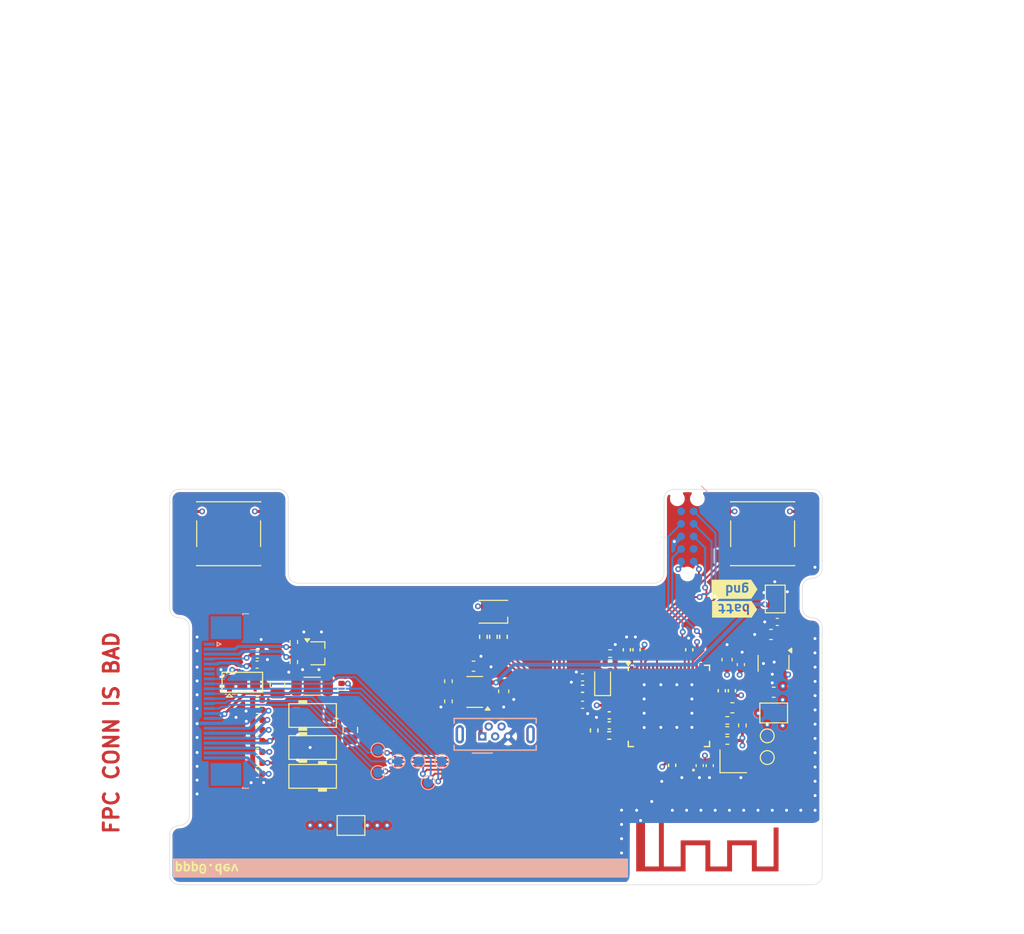
<source format=kicad_pcb>
(kicad_pcb (version 20240108) (generator "pcbnew") (generator_version "8.0")
  (title_block (comment 4 "AISLER Project ID: WQYUVWAP"))
  (layers (0 "F.Cu" signal) (1 "In1.Cu" signal) (2 "In2.Cu" signal) (31 "B.Cu" signal) (34 "B.Paste" user) (35 "F.Paste" user) (36 "B.SilkS" user "B.Silkscreen") (37 "F.SilkS" user "F.Silkscreen") (38 "B.Mask" user) (39 "F.Mask" user) (44 "Edge.Cuts" user))
  (net 0 "")
  (net 1 "GND")
  (net 2 "VDD")
  (net 3 "/wb55/rst")
  (net 4 "Net-(U3-PC14)")
  (net 5 "Net-(U3-PC15)")
  (net 6 "/wb55/vdda")
  (net 7 "/wb55/ant_path")
  (net 8 "/wb55/pc0")
  (net 9 "Net-(D6-RK)")
  (net 10 "/wb55/swclk")
  (net 11 "/wb55/uart_rxd")
  (net 12 "/wb55/swo")
  (net 13 "/wb55/swdio")
  (net 14 "/wb55/boot0")
  (net 15 "/wb55/uart_txd")
  (net 16 "/wb55/pi_to_ant")
  (net 17 "Net-(L5-Pad1)")
  (net 18 "Net-(U3-VLXSMPS)")
  (net 19 "/wb55/pa10")
  (net 20 "Net-(U3-VFBSMPS)")
  (net 21 "/led_r")
  (net 22 "/led_g")
  (net 23 "Net-(R10-Pad1)")
  (net 24 "/led_b")
  (net 25 "/button1")
  (net 26 "/wb55/pc11")
  (net 28 "/wb55/pb1")
  (net 29 "/wb55/pb9")
  (net 30 "/wb55/pc4")
  (net 31 "/wb55/pb0")
  (net 32 "/wb55/pc2")
  (net 33 "/wb55/pb4")
  (net 34 "/wb55/pb11")
  (net 35 "/wb55/pc1")
  (net 36 "Net-(AE2-IN)")
  (net 37 "/wb55/pb10")
  (net 38 "/wb55/pd0")
  (net 39 "/wb55/pb8")
  (net 40 "/wb55/pa11_usb_n")
  (net 41 "/wb55/pb15")
  (net 42 "/wb55/pd1")
  (net 43 "/wb55/pb14")
  (net 44 "/wb55/pb5")
  (net 45 "/wb55/pe4")
  (net 46 "Net-(U3-OSC_OUT)")
  (net 47 "/wb55/pc3")
  (net 48 "/wb55/pb2")
  (net 49 "/wb55/pb12")
  (net 50 "/wb55/pc12")
  (net 51 "/wb55/pa6")
  (net 52 "/wb55/pc10")
  (net 53 "/wb55/pa15")
  (net 54 "/wb55/ph3_boot0")
  (net 55 "Net-(U3-OSC_IN)")
  (net 56 "/wb55/pb13")
  (net 57 "/wb55/pc6")
  (net 59 "/wb55/pa12_usb_p")
  (net 61 "/epaper/vcom")
  (net 62 "/epaper/vsl")
  (net 63 "/epaper/vpp")
  (net 64 "/epd_rst")
  (net 65 "/epd_busy")
  (net 66 "/epaper/rese")
  (net 67 "/epd_clk")
  (net 68 "/epd_mosi")
  (net 69 "/epd_dc")
  (net 70 "/epd_cs")
  (net 71 "/epaper/gdr")
  (net 72 "/button2")
  (net 73 "Net-(D2-K)")
  (net 74 "Net-(D1-A)")
  (net 75 "/epaper/vgl")
  (net 76 "/epaper/vgh")
  (net 77 "/epaper/vsh1")
  (net 78 "/epaper/vsh2")
  (net 79 "/epaper/vddio")
  (net 80 "Net-(J1-Pin_4)")
  (net 82 "/epaper/bs")
  (net 85 "/epaper/vdd_lcd")
  (net 86 "+3.3V")
  (net 87 "+BATT")
  (net 88 "VBUS")
  (net 94 "Net-(U2-PROG)")
  (net 95 "Net-(R11-Pad1)")
  (net 96 "Net-(D6-GK)")
  (net 97 "Net-(D6-BK)")
  (footprint "Resistor_SMD:R_0402_1005Metric" (layer "F.Cu") (at 110.9275 52.885 90)
    (property "Reference" "R4" (hide yes))
    (property "Value" "2.2")
  )
  (footprint "Capacitor_SMD:C_0402_1005Metric" (layer "F.Cu") (at 61.88 50.292 180)
    (property "Reference" "C27" (hide yes))
    (property "Value" "100nF")
  )
  (footprint "Inductor_SMD:L_0402_1005Metric" (layer "F.Cu") (at 103.79 59.055 -90)
    (property "Reference" "L3" (hide yes))
    (property "Value" "tbd")
  )
  (footprint "Jumper:SolderJumper-2_P1.3mm_Open_Pad1.0x1.5mm" (layer "F.Cu") (at 114.25 40.1 -90)
    (property "Reference" "J4" (hide yes))
    (property "Value" "Conn_01x02_Pin")
  )
  (footprint "Resistor_SMD:R_0402_1005Metric" (layer "F.Cu") (at 97.5555 45.619)
    (property "Reference" "R8" (hide yes))
    (property "Value" "10k")
  )
  (footprint "Capacitor_SMD:C_0603_1608Metric" (layer "F.Cu") (at 109.378 46.228 90)
    (property "Reference" "C17" (hide yes))
    (property "Value" "4.7uF")
  )
  (footprint "Resistor_SMD:R_0402_1005Metric" (layer "F.Cu") (at 65.563 46.482 -90)
    (property "Reference" "R1" (hide yes))
    (property "Value" "0,47")
  )
  (footprint "Capacitor_SMD:C_0402_1005Metric" (layer "F.Cu") (at 61.88 54.45125 180)
    (property "Reference" "C22" (hide yes))
    (property "Value" "1uF")
  )
  (footprint "Jumper:SolderJumper-3_P1.3mm_Bridged12_Pad1.0x1.5mm" (layer "F.Cu") (at 60.356 48.514)
    (property "Reference" "JP1" (hide yes))
    (property "Value" "SolderJumper_3_Bridged123")
  )
  (footprint "Capacitor_SMD:C_0603_1608Metric" (layer "F.Cu") (at 114.0925 49.53 180)
    (property "Reference" "C1" (hide yes))
    (property "Value" "4.7uF")
  )
  (footprint "PCM_Diode_SMD_AKL:D_SOD-123" (layer "F.Cu") (at 67.468 55.118)
    (property "Reference" "D3" (hide yes))
    (property "Value" "MBR0530" (hide yes))
  )
  (footprint "Capacitor_SMD:C_0402_1005Metric" (layer "F.Cu") (at 97.4655 52.885 180)
    (property "Reference" "C15" (hide yes))
    (property "Value" "10nF")
  )
  (footprint "Capacitor_SMD:C_0402_1005Metric" (layer "F.Cu") (at 110.775 46.736 90)
    (property "Reference" "C18" (hide yes))
    (property "Value" "100nF")
  )
  (footprint "Inductor_SMD:L_0402_1005Metric" (layer "F.Cu") (at 97.4655 50.853 180)
    (property "Reference" "L4" (hide yes))
    (property "Value" "0")
  )
  (footprint "MountingHole:MountingHole_2.2mm_M2" (layer "F.Cu") (at 71 -18)
    (property "Reference" "H2" (hide yes))
    (property "Value" "MountingHole")
  )
  (footprint "MountingHole:MountingHole_2.2mm_M2" (layer "F.Cu") (at 56 -6)
    (property "Reference" "H2" (hide yes))
    (property "Value" "MountingHole")
  )
  (footprint "Capacitor_SMD:C_0402_1005Metric" (layer "F.Cu") (at 105.5565 45.238 90)
    (property "Reference" "C10" (hide yes))
    (property "Value" "100nF")
  )
  (footprint "Capacitor_SMD:C_0402_1005Metric" (layer "F.Cu") (at 100.2225 45.238 90)
    (property "Reference" "C9" (hide yes))
    (property "Value" "100nF")
  )
  (footprint "Resistor_SMD:R_0402_1005Metric" (layer "F.Cu") (at 81.201 48.418 -90)
    (property "Reference" "R16" (hide yes))
    (property "Value" "0")
  )
  (footprint "Capacitor_SMD:C_0402_1005Metric" (layer "F.Cu") (at 61.88 51.308 180)
    (property "Reference" "C26" (hide yes))
    (property "Value" "1uF 25v")
  )
  (footprint "Inductor_SMD:L_0402_1005Metric" (layer "F.Cu") (at 102.774 60.071 90)
    (property "Reference" "L2" (hide yes))
    (property "Value" "0")
  )
  (footprint "Capacitor_SMD:C_0402_1005Metric" (layer "F.Cu") (at 108.8475 49.377 90)
    (property "Reference" "C16" (hide yes))
    (property "Value" "100nF")
  )
  (footprint "PCM_Diode_SMD_AKL:D_SOD-123" (layer "F.Cu") (at 67.468 51.881)
    (property "Reference" "D1" (hide yes))
    (property "Value" "MBR0530" (hide yes))
  )
  (footprint "wb10_st:MLPF-WB55-01E3" (layer "F.Cu") (at 105.2265 56.817001 180)
    (property "Reference" "AE2" (hide yes))
    (property "Value" "MLPF-WB55-01E3" (hide yes))
  )
  (footprint "Jumper:SolderJumper-2_P1.3mm_Bridged_Pad1.0x1.5mm" (layer "F.Cu") (at 71.35 63)
    (property "Reference" "JP3" (hide yes))
    (property "Value" "SolderJumper_2_Bridged")
  )
  (footprint "Crystal:Crystal_SMD_2016-4Pin_2.0x1.6mm" (layer "F.Cu") (at 110.013 56.515)
    (property "Reference" "Y2" (hide yes))
    (property "Value" "NX2016SA 32.0Mhz EXS00A-CS06465")
  )
  (footprint "Crystal:Crystal_SMD_2012-2Pin_2.0x1.2mm" (layer "F.Cu") (at 96.7935 48.667 90)
    (property "Reference" "Y1" (hide yes))
    (property "Value" "nx2012 32.768khz")
  )
  (footprint "Capacitor_SMD:C_0402_1005Metric" (layer "F.Cu") (at 97.4655 51.869 180)
    (property "Reference" "C13" (hide yes))
    (property "Value" "100nF")
  )
  (footprint "Capacitor_SMD:C_0402_1005Metric" (layer "F.Cu") (at 107.6255 56.949 -90)
    (property "Reference" "C4" (hide yes))
    (property "Value" "100pF")
  )
  (footprint "Capacitor_SMD:C_0603_1608Metric" (layer "F.Cu") (at 113.821821 43.688 180)
    (property "Reference" "C2" (hide yes))
    (property "Value" "4.7uF")
  )
  (footprint "Capacitor_SMD:C_0402_1005Metric" (layer "F.Cu") (at 109.8635 49.377 90)
    (property "Reference" "C12" (hide yes))
    (property "Value" "100nF")
  )
  (footprint "Resistor_SMD:R_0402_1005Metric" (layer "F.Cu") (at 97.5555 46.635)
    (property "Reference" "R11" (hide yes))
    (property "Value" "0")
  )
  (footprint "Resistor_SMD:R_0402_1005Metric" (layer "F.Cu") (at 109.4035 53.393)
    (property "Reference" "R3" (hide yes))
    (property "Value" "0")
  )
  (footprint "Resistor_SMD:R_0402_1005Metric" (layer "F.Cu") (at 70.389 49.149 90)
    (property "Reference" "R13" (hide yes))
    (property "Value" "100k")
  )
  (footprint "Resistor_SMD:R_0402_1005Metric" (layer "F.Cu") (at 65.563 44.45 90)
    (property "Reference" "R12" (hide yes))
    (property "Value" "100k")
  )
  (footprint "Package_TO_SOT_SMD:SOT-323_SC-70" (layer "F.Cu") (at 67.974 45.593)
    (property "Reference" "Q1" (hide yes))
    (property "Value" "Si1308EDL")
  )
  (footprint "Inductor_SMD:L_0603_1608Metric" (layer "F.Cu") (at 109.9115 51.107 180)
    (property "Reference" "L5" (hide yes))
    (property "Value" "1.8nH")
  )
  (footprint "kibuzzard-670FAF92" (layer "F.Cu") (at 76.358 67.31 180)
    (property "Reference" "kibuzzard-670FAF92" (hide yes))
    (property "Value" "G***" (hide yes))
  )
  (footprint "Resistor_SMD:R_0402_1005Metric" (layer "F.Cu") (at 85.75 43.928 90)
    (property "Reference" "R9" (hide yes))
    (property "Value" "1.5k")
  )
  (footprint "Resistor_SMD:R_0402_1005Metric" (layer "F.Cu") (at 109.4035 54.409 180)
    (property "Reference" "R2" (hide yes))
    (property "Value" "0")
  )
  (footprint "kibuzzard-670FAFD1" (layer "F.Cu") (at 110.14 41.148 180)
    (property "Reference" "kibuzzard-670FAFD1" (hide yes))
    (property "Value" "G***" (hide yes))
  )
  (footprint "Package_TO_SOT_SMD:SOT-23-5" (layer "F.Cu") (at 114.077 46.6035 -90)
    (property "Reference" "U1" (hide yes))
    (property "Value" "TPS78230DDC")
  )
  (footprint "Capacitor_SMD:C_0402_1005Metric" (layer "F.Cu") (at 94.7615 48.032 180)
    (property "Reference" "C7" (hide yes))
    (property "Value" "10pF")
  )
  (footprint "Capacitor_SMD:C_0402_1005Metric" (layer "F.Cu") (at 99.2435 45.238 90)
    (property "Reference" "C14" (hide yes))
    (property "Value" "100nF")
  )
  (footprint "Capacitor_SMD:C_0805_2012Metric" (layer "F.Cu") (at 71.278 53.34 90)
    (property "Reference" "C30" (hide yes))
    (property "Value" "4.7uF 50V")
  )
  (footprint "Capacitor_SMD:C_0402_1005Metric" (layer "F.Cu") (at 61.88 55.5625 180)
    (property "Reference" "C21" (hide yes))
    (property "Value" "1uF")
  )
  (footprint "Capacitor_SMD:C_0603_1608Metric" (layer "F.Cu") (at 86.789 49.434 90)
    (property "Reference" "C32" (hide yes))
    (property "Value" "1uF")
  )
  (footprint "Capacitor_SMD:C_0402_1005Metric" (layer "F.Cu") (at 61.88 52.324 180)
    (property "Reference" "C24" (hide yes))
    (property "Value" "1uF")
  )
  (footprint "Capacitor_SMD:C_0402_1005Metric" (layer "F.Cu") (at 61.88 45.72)
    (property "Reference" "C28" (hide yes))
    (property "Value" "1uF")
  )
  (footprint "Resistor_SMD:R_0402_1005Metric" (layer "F.Cu") (at 84.734 43.928 90)
    (property "Reference" "R5" (hide yes))
    (property "Value" "1.5k")
  )
  (footprint "Capacitor_SMD:C_0402_1005Metric" (layer "F.Cu") (at 94.7615 50.8)
    (property "Reference" "C5" (hide yes))
    (property "Value" "100nF")
  )
  (footprint "Button_Switch_SMD:SW_Push_1P1T_NO_6x6mm_H9.5mm" (layer "F.Cu") (at 58.975 33.5 180)
    (property "Reference" "SW1" (hide yes))
    (property "Value" "SW1")
  )
  (footprint "MountingHole:MountingHole_2.2mm_M2" (layer "F.Cu") (at 41 -17.95)
    (property "Reference" "H1" (hide yes))
    (property "Value" "MountingHole")
  )
  (footprint "Capacitor_SMD:C_0402_1005Metric" (layer "F.Cu") (at 114.458 42.418 180)
    (property "Reference" "C3" (hide yes))
    (property "Value" "100nF")
  )
  (footprint "Capacitor_SMD:C_0402_1005Metric" (layer "F.Cu") (at 103.8295 56.922 -90)
    (property "Reference" "C11" (hide yes))
    (property "Value" "100nF")
  )
  (footprint "Capacitor_SMD:C_0402_1005Metric" (layer "F.Cu") (at 94.7615 49.175 180)
    (property "Reference" "C8" (hide yes))
    (property "Value" "10pF")
  )
  (footprint "Capacitor_SMD:C_0402_1005Metric" (layer "F.Cu") (at 61.88 56.67375 180)
    (property "Reference" "C20" (hide yes))
    (property "Value" "1uF")
  )
  (footprint "Capacitor_SMD:C_0402_1005Metric" (layer "F.Cu") (at 61.88 53.34 180)
    (property "Reference" "C23" (hide yes))
    (property "Value" "1uF")
  )
  (footprint "Capacitor_SMD:C_0805_2012Metric" (layer "F.Cu") (at 63.912 48.702 90)
    (property "Reference" "C29" (hide yes))
    (property "Value" "4.7uF 50V")
  )
  (footprint "Button_Switch_SMD:SW_Push_1P1T_NO_6x6mm_H9.5mm" (layer "F.Cu") (at 112.975 33.5 180)
    (property "Reference" "SW2" (hide yes))
    (property "Value" "SW2")
  )
  (footprint "Capacitor_SMD:C_0402_1005Metric" (layer "F.Cu") (at 106.6095 56.949 -90)
    (property "Reference" "C6" (hide yes))
    (property "Value" "100nF")
  )
  (footprint "Resistor_SMD:R_0402_1005Metric" (layer "F.Cu") (at 86.766 43.928 90)
    (property "Reference" "R6" (hide yes))
    (property "Value" "1.5k")
  )
  (footprint "Resistor_SMD:R_0402_1005Metric" (layer "F.Cu") (at 81.201 50.454 -90)
    (property "Reference" "R15" (hide yes))
    (property "Value" "0")
  )
  (footprint "kibuzzard-670FAFC9" (layer "F.Cu") (at 110.14 39.116 180)
    (property "Reference" "kibuzzard-670FAFC9" (hide yes))
    (property "Value" "G***" (hide yes))
  )
  (footprint "TestPoint:TestPoint_Pad_D1.0mm" (layer "F.Cu") (at 113.442 56.134)
    (property "Reference" "TP8" (hide yes))
    (property "Value" "5v")
  )
  (footprint "LED_SMD:LED_Cree-PLCC4_2x2mm_CW" (layer "F.Cu") (at 85.75 41.388 180)
    (property "Reference" "D6" (hide yes))
    (property "Value" "LED_RBAG" (hide yes))
  )
  (footprint "Inductor_SMD:L_1206_3216Metric" (layer "F.Cu") (at 67.417 48.92375)
    (property "Reference" "L6" (hide yes))
    (property "Value" "68uH")
  )
  (footprint "Resistor_SMD:R_0402_1005Metric" (layer "F.Cu") (at 109.4035 52.377 180)
    (property "Reference" "R14" (hide yes))
    (property "Value" "0")
  )
  (footprint "Jumper:SolderJumper-2_P1.3mm_Bridged_Pad1.0x1.5mm" (layer "F.Cu") (at 114.0945 51.6255 180)
    (property "Reference" "JP2" (hide yes))
    (property "Value" "SolderJumper_2_Bridged")
  )
  (footprint "TestPoint:TestPoint_Pad_D1.0mm" (layer "F.Cu") (at 113.442 53.942)
    (property "Reference" "TP1" (hide yes))
    (property "Value" "5v")
  )
  (footprint "MountingHole:MountingHole_2.2mm_M2" (layer "F.Cu") (at 134.27 37.846)
    (property "Reference" "H2" (hide yes))
    (property "Value" "MountingHole")
  )
  (footprint "RF_Antenna:Texas_SWRA117D_2.4GHz_Left" (layer "F.Cu") (at 102.7348 62.5 180)
    (property "Reference" "AE3" (hide yes))
    (property "Value" "Antenna")
  )
  (footprint "Inductor_SMD:L_0402_1005Metric" (layer "F.Cu") (at 102.266 61.595)
    (property "Reference" "L1" (hide yes))
    (property "Value" "tbd")
  )
  (footprint "Package_DFN_QFN:QFN-68-1EP_8x8mm_P0.4mm_EP6.4x6.4mm" (layer "F.Cu") (at 103.498 50.914)
    (property "Reference" "U3" (hide yes))
    (property "Value" "STM32WB55RGVx")
  )
  (footprint "Resistor_SMD:R_0402_1005Metric" (layer "F.Cu") (at 95.9415 53.393 90)
    (property "Reference" "R7" (hide yes))
    (property "Value" "10k")
  )
  (footprint "Capacitor_SMD:C_0402_1005Metric" (layer "F.Cu") (at 61.88 57.785 180)
    (property "Reference" "C19" (hide yes))
    (property "Value" "1uF")
  )
  (footprint "Package_TO_SOT_SMD:SOT-23-5" (layer "F.Cu") (at 83.8625 49.5 180)
    (property "Reference" "U2" (hide yes))
    (property "Value" "MCP73811T-420I-OT")
  )
  (footprint "PCM_Diode_SMD_AKL:D_SOD-123" (layer "F.Cu") (at 67.468 58.039 180)
    (property "Reference" "D2" (hide yes))
    (property "Value" "MBR0530" (hide yes))
  )
  (footprint "Capacitor_SMD:C_0603_1608Metric" (layer "F.Cu") (at 83.741 46.894 180)
    (property "Reference" "C31" (hide yes))
    (property "Value" "1uF")
  )
  (footprint "Capacitor_SMD:C_0402_1005Metric" (layer "F.Cu") (at 61.852 46.736)
    (property "Reference" "C25" (hide yes))
    (property "Value" "1uF")
  )
  (footprint "Resistor_SMD:R_0402_1005Metric" (layer "F.Cu") (at 97.4655 53.901)
    (property "Reference" "R10" (hide yes))
    (property "Value" "0")
  )
  (footprint "TestPoint:TestPoint_Pad_D1.0mm" (layer "B.Cu") (at 74.072 57.658 180)
    (property "Reference" "TP2" (hide yes))
    (property "Value" "5v")
  )
  (footprint "TestPoint:TestPoint_Pad_D1.0mm" (layer "B.Cu") (at 74.072 55.372 180)
    (property "Reference" "TP4" (hide yes))
    (property "Value" "5v")
  )
  (footprint "TestPoint:TestPoint_Pad_D1.0mm" (layer "B.Cu") (at 76.104 56.515 180)
    (property "Reference" "TP3" (hide yes))
    (property "Value" "5v")
  )
  (footprint "Connector_USB:USB_Micro-B_Wuerth_614105150721_Vertical" (layer "B.Cu") (at 84.625 54)
    (property "Reference" "J3" (hide yes))
    (property "Value" "USB_B_Micro")
  )
  (footprint "Connector:Tag-Connect_TC2050-IDC-NL_2x05_P1.27mm_Vertical" (layer "B.Cu") (at 105.365 33.77 90)
    (property "Reference" "J2" (hide yes))
    (property "Value" "Conn_02x05_Counter_Clockwise")
  )
  (footprint "TestPoint:TestPoint_Pad_D1.0mm" (layer "B.Cu") (at 79.152 58.674 180)
    (property "Reference" "TP7" (hide yes))
    (property "Value" "5v")
  )
  (footprint "TestPoint:TestPoint_Pad_D1.0mm" (layer "B.Cu") (at 78.136 56.515 180)
    (property "Reference" "TP5" (hide yes))
    (property "Value" "5v")
  )
  (footprint "kibuzzard-670FAF92" (layer "B.Cu") (at 76.358 67.31)
    (property "Reference" "kibuzzard-670FAF92" (hide yes))
    (property "Value" "G***" (hide yes))
  )
  (footprint "Connector_FFC-FPC:TE_2-1734839-4_1x24-1MP_P0.5mm_Horizontal" (layer "B.Cu") (at 58.35 50.42 -90)
    (property "Reference" "J1" (hide yes))
    (property "Value" "Conn_01x24")
  )
  (footprint "TestPoint:TestPoint_Pad_D1.0mm" (layer "B.Cu") (at 80.549 56.515 180)
    (property "Reference" "TP6" (hide yes))
    (property "Value" "5v")
  )
  (gr_arc (start 117 39) (mid 117.292893 38.292893) (end 118 38) (stroke (width 0.05)) (layer "Edge.Cuts"))
  (gr_line (start 117 41) (end 117 39) (stroke (width 0.05)) (layer "Edge.Cuts"))
  (gr_line (start 54 29) (end 64 29) (stroke (width 0.05)) (layer "Edge.Cuts"))
  (gr_arc (start 54 69) (mid 53.292893 68.707107) (end 53 68) (stroke (width 0.05)) (layer "Edge.Cuts"))
  (gr_line (start 54 69) (end 118 69) (stroke (width 0.05)) (layer "Edge.Cuts"))
  (gr_arc (start 119 68) (mid 118.707107 68.707107) (end 118 69) (stroke (width 0.05)) (layer "Edge.Cuts"))
  (gr_arc (start 119 37) (mid 118.707107 37.707107) (end 118 38) (stroke (width 0.05)) (layer "Edge.Cuts"))
  (gr_arc (start 118 29) (mid 118.707107 29.292893) (end 119 30) (stroke (width 0.05)) (layer "Edge.Cuts"))
  (gr_arc (start 118 42) (mid 117.292893 41.707107) (end 117 41) (stroke (width 0.05)) (layer "Edge.Cuts"))
  (gr_arc (start 118 42) (mid 118.707107 42.292893) (end 119 43) (stroke (width 0.05)) (layer "Edge.Cuts"))
  (gr_arc (start 53 30) (mid 53.292893 29.292893) (end 54 29) (stroke (width 0.05)) (layer "Edge.Cuts"))
  (gr_arc (start 66 38.5) (mid 65.292893 38.207107) (end 65 37.5) (stroke (width 0.05)) (layer "Edge.Cuts"))
  (gr_line (start 65 30) (end 65 37.5) (stroke (width 0.05)) (layer "Edge.Cuts"))
  (gr_line (start 53 41) (end 53 30) (stroke (width 0.05)) (layer "Edge.Cuts"))
  (gr_arc (start 54 42) (mid 53.292893 41.707107) (end 53 41) (stroke (width 0.05)) (layer "Edge.Cuts"))
  (gr_line (start 119 43) (end 119 68) (stroke (width 0.05)) (layer "Edge.Cuts"))
  (gr_line (start 103 37.5) (end 103 30) (stroke (width 0.05)) (layer "Edge.Cuts"))
  (gr_arc (start 55 62) (mid 54.707107 62.707107) (end 54 63) (stroke (width 0.05)) (layer "Edge.Cuts"))
  (gr_line (start 104 29) (end 118 29) (stroke (width 0.05)) (layer "Edge.Cuts"))
  (gr_arc (start 54 42) (mid 54.707107 42.292893) (end 55 43) (stroke (width 0.05)) (layer "Edge.Cuts"))
  (gr_line (start 119 30) (end 119 37) (stroke (width 0.05)) (layer "Edge.Cuts"))
  (gr_line (start 55 43) (end 55 62) (stroke (width 0.05)) (layer "Edge.Cuts"))
  (gr_line (start 53 64) (end 53 68) (stroke (width 0.05)) (layer "Edge.Cuts"))
  (gr_arc (start 64 29) (mid 64.707107 29.292893) (end 65 30) (stroke (width 0.05)) (layer "Edge.Cuts"))
  (gr_arc (start 103 37.5) (mid 102.707107 38.207107) (end 102 38.5) (stroke (width 0.05)) (layer "Edge.Cuts"))
  (gr_line (start 66 38.5) (end 102 38.5) (stroke (width 0.05)) (layer "Edge.Cuts"))
  (gr_arc (start 103 30) (mid 103.292893 29.292893) (end 104 29) (stroke (width 0.05)) (layer "Edge.Cuts"))
  (gr_arc (start 53 64) (mid 53.292893 63.292893) (end 54 63) (stroke (width 0.05)) (layer "Edge.Cuts"))
  (gr_text "FPC CONN IS BAD\n" (at 48 64 90) (layer "F.Cu") (effects (font (size 1.5 1.5) (thickness 0.3) (bold yes)) (justify left bottom)))
  (segment (start 100.2225 44.0575) (end 100.107 43.942) (width 0.2) (layer "F.Cu") (net 1))
  (segment (start 59.056 48.514) (end 59.056 48.103) (width 0.2) (layer "F.Cu") (net 1))
  (segment (start 103.8295 57.402) (end 104.042 57.402) (width 0.2) (layer "F.Cu") (net 1))
  (segment (start 94.2815 49.175) (end 94.2815 49.165502) (width 0.2) (layer "F.Cu") (net 1))
  (segment (start 101.781 61.595) (end 101.781 60.602) (width 0.2) (layer "F.Cu") (net 1))
  (segment (start 66.2 46.992) (end 65.563 46.992) (width 0.2) (layer "F.Cu") (net 1))
  (segment (start 104.042 57.402) (end 104.806 58.166) (width 0.2) (layer "F.Cu") (net 1))
  (segment (start 98.0655 44.7135) (end 98.075 44.704) (width 0.2) (layer "F.Cu") (net 1))
  (segment (start 86.789 50.209) (end 87.752 50.209) (width 0.6) (layer "F.Cu") (net 1))
  (segment (start 84.516 46.894) (end 85.442 46.894) (width 0.2) (layer "F.Cu") (net 1))
  (segment (start 96.985 52.885) (end 96.17 52.07) (width 0.2) (layer "F.Cu") (net 1))
  (segment (start 60.864 51.308) (end 60.737 51.435) (width 0.2) (layer "F.Cu") (net 1))
  (segment (start 110.713 58.104) (end 110.775 58.166) (width 0.2) (layer "F.Cu") (net 1))
  (segment (start 114.077 45.466) (end 114.077 46.416) (width 0.2) (layer "F.Cu") (net 1))
  (segment (start 95.2415 50.8) (end 95.2415 51.6495) (width 0.2) (layer "F.Cu") (net 1))
  (segment (start 106.6095 57.429) (end 105.997501 56.817001) (width 0.2) (layer "F.Cu") (net 1))
  (segment (start 81.201 50.964) (end 80.499 50.964) (width 0.2) (layer "F.Cu") (net 1))
  (segment (start 95.9415 52.883) (end 96.9835 52.883) (width 0.2) (layer "F.Cu") (net 1))
  (segment (start 114.25 38.4) (end 114.204 38.354) (width 0.4) (layer "F.Cu") (net 1))
  (segment (start 84.516 45.968) (end 84.492 45.944) (width 0.2) (layer "F.Cu") (net 1))
  (segment (start 61.4 58.519) (end 61.245 58.674) (width 0.2) (layer "F.Cu") (net 1))
  (segment (start 94.2815 49.165502) (end 93.629998 48.514) (width 0.2) (layer "F.Cu") (net 1))
  (segment (start 80.499 50.964) (end 80.439 51.024) (width 0.2) (layer "F.Cu") (net 1))
  (segment (start 95.2415 51.6495) (end 95.281 51.689) (width 0.2) (layer "F.Cu") (net 1))
  (segment (start 61.4 51.308) (end 61.4 57.785) (width 0.2) (layer "F.Cu") (net 1))
  (segment (start 99.2435 43.9675) (end 99.218 43.942) (width 0.2) (layer "F.Cu") (net 1))
  (segment (start 113.127 47.741) (end 113.922812 47.741) (width 0.2) (layer "F.Cu") (net 1))
  (segment (start 94.2815 48.032) (end 93.7995 48.514) (width 0.2) (layer "F.Cu") (net 1))
  (segment (start 96.9855 52.885) (end 96.985 52.885) (width 0.2) (layer "F.Cu") (net 1))
  (segment (start 115.394 39.45) (end 115.474 39.37) (width 0.4) (layer "F.Cu") (net 1))
  (segment (start 108.022006 51.314) (end 107.3855 51.314) (width 0.2) (layer "F.Cu") (net 1))
  (segment (start 100.2225 44.758) (end 100.2225 44.0575) (width 0.2) (layer "F.Cu") (net 1))
  (segment (start 61.4 52.324) (end 60.90905 52.324) (width 0.2) (layer "F.Cu") (net 1))
  (segment (start 110.713 57.065) (end 110.713 58.104) (width 0.2) (layer "F.Cu") (net 1))
  (segment (start 104.9725 56.230002) (end 104.9725 56.568) (width 0.2) (layer "F.Cu") (net 1))
  (segment (start 61.4 51.308) (end 61.4 50.292) (width 0.2) (layer "F.Cu") (net 1))
  (segment (start 85.442 46.894) (end 85.508 46.96) (width 0.2) (layer "F.Cu") (net 1))
  (segment (start 101.781 60.602) (end 101.758 60.579) (width 0.2) (layer "F.Cu") (net 1))
  (segment (start 113.922812 47.741) (end 113.951476 47.712336) (width 0.2) (layer "F.Cu") (net 1))
  (segment (start 62.36 46.708) (end 62.332 46.736) (width 0.2) (layer "F.Cu") (net 1))
  (segment (start 61.4 57.785) (end 61.4 58.519) (width 0.2) (layer "F.Cu") (net 1))
  (segment (start 113.978 42.418) (end 113.188 42.418) (width 0.2) (layer "F.Cu") (net 1))
  (segment (start 106.6095 58.1405) (end 106.584 58.166) (width 0.2) (layer "F.Cu") (net 1))
  (segment (start 66.452 47.244) (end 66.2 46.992) (width 0.2) (layer "F.Cu") (net 1))
  (segment (start 113.108009 39.45) (end 113.108003 39.450006) (width 0.4) (layer "F.Cu") (net 1))
  (segment (start 107.6255 57.429) (end 107.6255 58.1405) (width 0.2) (layer "F.Cu") (net 1))
  (segment (start 62.261 44.196) (end 62.36 44.295) (width 0.2) (layer "F.Cu") (net 1))
  (segment (start 61.4 51.308) (end 60.864 51.308) (width 0.2) (layer "F.Cu") (net 1))
  (segment (start 106.6095 57.429) (end 106.6095 58.1405) (width 0.2) (layer "F.Cu") (net 1))
  (segment (start 96.9855 51.869) (end 96.9855 52.885) (width 0.2) (layer "F.Cu") (net 1))
  (segment (start 60.90905 52.324) (end 60.76305 52.47) (width 0.2) (layer "F.Cu") (net 1))
  (segment (start 62.36 46.228) (end 62.896 46.228) (width 0.2) (layer "F.Cu") (net 1))
  (segment (start 114.25 39.45) (end 115.394 39.45) (width 0.4) (layer "F.Cu") (net 1))
  (segment (start 110.775 46.256) (end 110.775 45.606) (width 0.2) (layer "F.Cu") (net 1))
  (segment (start 86.789 50.209) (end 86.789 51.024) (width 0.6) (layer "F.Cu") (net 1))
  (segment (start 99.2435 44.758) (end 99.2435 43.9675) (width 0.2) (layer "F.Cu") (net 1))
  (segment (start 113.061 46.6285) (end 113.127 46.6945) (width 0.2) (layer "F.Cu") (net 1))
  (segment (start 103.79 58.57) (end 102.797 58.57) (width 0.2) (layer "F.Cu") (net 1))
  (segment (start 105.898 54.8015) (end 105.898 53.647) (width 0.2) (layer "F.Cu") (net 1))
  (segment (start 114.077 46.416) (end 114.143 46.482) (width 0.2) (layer "F.Cu") (net 1))
  (segment (start 59.056 48.103) (end 58.197 47.244) (width 0.2) (layer "F.Cu") (net 1))
  (segment (start 93.7995 48.514) (end 93.629998 48.514) (width 0.2) (layer "F.Cu") (net 1))
  (segment (start 105.5565 44.758) (end 105.5565 44.121215) (width 0.2) (layer "F.Cu") (net 1))
  (segment (start 107.3855 51.314) (end 106.076 51.314) (width 0.2) (layer "F.Cu") (net 1))
  (segment (start 108.8935 52.185494) (end 108.022006 51.314) (width 0.2) (layer "F.Cu") (net 1))
  (segment (start 86.08 49.5) (end 85 49.5) (width 0.6) (layer "F.Cu") (net 1))
  (segment (start 114.25 39.45) (end 113.108009 39.45) (width 0.4) (layer "F.Cu") (net 1))
  (segment (start 113.95 48.8975) (end 113.95 48.584179) (width 0.2) (layer "F.Cu") (net 1))
  (segment (start 62.36 46.228) (end 62.36 46.708) (width 0.2) (layer "F.Cu") (net 1))
  (segment (start 112.172006 43.688) (end 112.172 43.687994) (width 0.2) (layer "F.Cu") (net 1))
  (segment (start 113.127 46.6945) (end 113.127 47.741) (width 0.2) (layer "F.Cu") (net 1))
  (segment (start 66.073 43.94) (end 66.579 43.434) (width 0.2) (layer "F.Cu") (net 1))
  (segment (start 98.0655 45.619) (end 98.0655 44.7135) (width 0.2) (layer "F.Cu") (net 1))
  (segment (start 65.563 43.94) (end 66.073 43.94) (width 0.2) (layer "F.Cu") (net 1))
  (segment (start 84.516 46.894) (end 84.516 45.968) (width 0.2) (layer "F.Cu") (net 1))
  (segment (start 107.6255 58.1405) (end 107.6 58.166) (width 0.2) (layer "F.Cu") (net 1))
  (segment (start 114.25 39.45) (end 114.25 38.4) (width 0.4) (layer "F.Cu") (net 1))
  (segment (start 62.36 45.72) (end 62.36 46.228) (width 0.2) (layer "F.Cu") (net 1))
  (segment (start 113.046821 43.688) (end 112.172006 43.688) (width 0.2) (layer "F.Cu") (net 1))
  (segment (start 106.076 51.314) (end 103.898 51.314) (width 0.2) (layer "F.Cu") (net 1))
  (segment (start 105.997501 56.817001) (end 104.9725 56.817001) (width 0.2) (layer "F.Cu") (net 1))
  (segment (start 102.797 58.57) (end 102.774 58.547) (width 0.2) (layer "F.Cu") (net 1))
  (segment (start 62.36 44.295) (end 62.36 45.72) (width 0.2) (layer "F.Cu") (net 1))
  (segment (start 87.752 50.209) (end 87.805 50.262) (width 0.6) (layer "F.Cu") (net 1))
  (segment (start 110.775 45.606) (end 110.902 45.479) (width 0.2) (layer "F.Cu") (net 1))
  (segment (start 105.5565 44.121215) (end 105.49156 44.056275) (width 0.2) (layer "F.Cu") (net 1))
  (segment (start 109.378 45.453) (end 109.378 44.717) (width 0.2) (layer "F.Cu") (net 1))
  (segment (start 86.789 50.209) (end 86.08 49.5) (width 0.6) (layer "F.Cu") (net 1))
  (segment (start 113.3175 49.53) (end 113.95 48.8975) (width 0.2) (layer "F.Cu") (net 1))
  (segment (start 104.9725 56.817001) (end 104.9725 56.568) (width 0.2) (layer "F.Cu") (net 1))
  (segment (start 104.9725 56.568) (end 104.9725 57.404) (width 0.2) (layer "F.Cu") (net 1))
  (via (at 62.261 44.196) (size 0.6) (drill 0.3) (layers "F.Cu" "B.Cu") (net 1))
  (via (at 87.805 50.262) (size 0.6) (drill 0.3) (layers "F.Cu" "B.Cu") (net 1))
  (via (at 115.393181 61.468) (size 0.6) (drill 0.3) (layers "F.Cu" "B.Cu") (net 1))
  (via (at 113.061 46.6285) (size 0.6) (drill 0.3) (layers "F.Cu" "B.Cu") (net 1))
  (via (at 55.784 49.784) (size 0.6) (drill 0.3) (layers "F.Cu" "B.Cu") (net 1))
  (via (at 98.71 65.786) (size 0.6) (drill 0.3) (layers "F.Cu" "B.Cu") (net 1))
  (via (at 114.143 46.482) (size 0.6) (drill 0.3) (layers "F.Cu" "B.Cu") (net 1))
  (via (at 118.268 36.887733) (size 0.6) (drill 0.3) (layers "F.Cu" "B.Cu") (net 1))
  (via (at 104.298 53.086) (size 0.6) (drill 0.3) (layers "F.Cu" "B.Cu") (net 1))
  (via (at 118.268 45.546819) (size 0.6) (drill 0.3) (layers "F.Cu" "B.Cu") (net 1))
  (via (at 94.138 47.486) (size 0.6) (drill 0.3) (layers "F.Cu" "B.Cu") (net 1))
  (via (at 55.784 55.626) (size 0.6) (drill 0.3) (layers "F.Cu" "B.Cu") (net 1))
  (via (at 112.506819 61.468) (size 0.6) (drill 0.3) (layers "F.Cu" "B.Cu") (net 1))
  (via (at 55.784 54.102) (size 0.6) (drill 0.3) (layers "F.Cu" "B.Cu") (net 1))
  (via (at 105.822 48.768) (size 0.6) (drill 0.3) (layers "F.Cu" "B.Cu") (net 1))
  (via (at 105.290914 61.468) (size 0.6) (drill 0.3) (layers "F.Cu" "B.Cu") (net 1))
  (via (at 93.629998 48.514) (size 0.6) (drill 0.3) (layers "F.Cu" "B.Cu") (net 1))
  (via (at 66.579 43.434) (size 0.6) (drill 0.3) (layers "F.Cu" "B.Cu") (net 1))
  (via (at 65.944 53.848) (size 0.6) (drill 0.3) (layers "F.Cu" "B.Cu") (net 1))
  (via (at 104.298 48.768) (size 0.6) (drill 0.3) (layers "F.Cu" "B.Cu") (net 1))
  (via (at 118.279543 59.978629) (size 0.6) (drill 0.3) (layers "F.Cu" "B.Cu") (net 1))
  (via (at 65.055 47.498) (size 0.6) (drill 0.3) (layers "F.Cu" "B.Cu") (net 1))
  (via (at 100.234 61.468) (size 0.6) (drill 0.3) (layers "F.Cu" "B.Cu") (net 1))
  (via (at 100.996 48.768) (size 0.6) (drill 0.3) (layers "F.Cu" "B.Cu") (net 1))
  (via (at 108.177276 61.468) (size 0.6) (drill 0.3) (layers "F.Cu" "B.Cu") (net 1))
  (via (at 106.584 58.166) (size 0.6) (drill 0.3) (layers "F.Cu" "B.Cu") (net 1))
  (via (at 55.784 57.023) (size 0.6) (drill 0.3) (layers "F.Cu" "B.Cu") (net 1))
  (via (at 66.452 47.244) (size 0.6) (drill 0.3) (layers "F.Cu" "B.Cu") (net 1))
  (via (at 102.774 58.547) (size 0.6) (drill 0.3) (layers "F.Cu" "B.Cu") (net 1))
  (via (at 86.789 51.024) (size 0.6) (drill 0.3) (layers "F.Cu" "B.Cu") (net 1))
  (via (at 96.17 52.07) (size 0.6) (drill 0.3) (layers "F.Cu" "B.Cu") (net 1))
  (via (at 98.71 64.342819) (size 0.6) (drill 0.3) (layers "F.Cu" "B.Cu") (net 1))
  (via (at 113.951476 47.712336) (size 0.6) (drill 0.3) (layers "F.Cu" "B.Cu") (net 1))
  (via (at 118.279543 61.468) (size 0.6) (drill 0.3) (layers "F.Cu" "B.Cu") (net 1))
  (via (at 55.784 52.705) (size 0.6) (drill 0.3) (layers "F.Cu" "B.Cu") (net 1))
  (via (at 118.279543 55.649086) (size 0.6) (drill 0.3) (layers "F.Cu" "B.Cu") (net 1))
  (via (at 99.218 43.942) (size 0.6) (drill 0.3) (layers "F.Cu" "B.Cu") (net 1))
  (via (at 105.822 50.211181) (size 0.6) (drill 0.3) (layers "F.Cu" "B.Cu") (net 1))
  (via (at 102.681638 48.768) (size 0.6) (drill 0.3) (layers "F.Cu" "B.Cu") (net 1))
  (via (at 105.822 53.086) (size 0.6) (drill 0.3) (layers "F.Cu" "B.Cu") (net 1))
  (via (at 113.108003 39.450006) (size 0.6) (drill 0.3) (layers "F.Cu" "B.Cu") (net 1))
  (via (at 65.944 56.388) (size 0.6) (drill 0.3) (layers "F.Cu" "B.Cu") (net 1))
  (via (at 59.721 52.07) (size 0.6) (drill 0.3) (layers "F.Cu" "B.Cu") (net 1))
  (via (at 55.784 46.99) (size 0.6) (drill 0.3) (layers "F.Cu" "B.Cu") (net 1))
  (via (at 61.245 58.674) (size 0.6) (drill 0.3) (layers "F.Cu" "B.Cu") (net 1))
  (via (at 110.775 58.166) (size 0.6) (drill 0.3) (layers "F.Cu" "B.Cu") (net 1))
  (via (at 107.6 58.166) (size 0.6) (drill 0.3) (layers "F.Cu" "B.Cu") (net 1))
  (via (at 68.357 43.434) (size 0.6) (drill 0.3) (layers "F.Cu" "B.Cu") (net 1))
  (via (at 109.378 44.717) (size 0.6) (drill 0.3) (layers "F.Cu" "B.Cu") (net 1))
  (via (at 55.784 45.339) (size 0.6) (drill 0.3) (layers "F.Cu" "B.Cu") (net 1))
  (via (at 118.279543 51.319543) (size 0.6) (drill 0.3) (layers "F.Cu" "B.Cu") (net 1))
  (via (at 55.784 58.42) (size 0.6) (drill 0.3) (layers "F.Cu" "B.Cu") (net 1))
  (via (at 95.281 51.689) (size 0.6) (drill 0.3) (layers "F.Cu" "B.Cu") (net 1))
  (via (at 55.784 48.387) (size 0.6) (drill 0.3) (layers "F.Cu" "B.Cu") (net 1))
  (via (at 113.188 42.418) (size 0.6) (drill 0.3) (layers "F.Cu" "B.Cu") (net 1))
  (via (at 60.737 51.435) (size 0.6) (drill 0.3) (layers "F.Cu" "B.Cu") (net 1))
  (via (at 102.681638 53.086) (size 0.6) (drill 0.3) (layers "F.Cu" "B.Cu") (net 1))
  (via (at 58.197 47.244) (size 0.6) (drill 0.3) (layers "F.Cu" "B.Cu") (net 1))
  (via (at 118.279543 57.092267) (size 0.6) (drill 0.3) (layers "F.Cu" "B.Cu") (net 1))
  (via (at 104.806 58.166) (size 0.6) (drill 0.3) (layers "F.Cu" "B.Cu") (net 1))
  (via (at 118.279543 52.762724) (size 0.6) (drill 0.3) (layers "F.Cu" "B.Cu") (net 1))
  (via (at 67.214 55.118) (size 0.6) (drill 0.3) (layers "F.Cu" "B.Cu") (net 1))
  (via (at 100.996 50.211181) (size 0.6) (drill 0.3) (layers "F.Cu" "B.Cu") (net 1))
  (via (at 111.063638 61.468) (size 0.6) (drill 0.3) (layers "F.Cu" "B.Cu") (net 1))
  (via (at 98.71 61.456457) (size 0.6) (drill 0.3) (layers "F.Cu" "B.Cu") (net 1))
  (via (at 110.902 45.479) (size 0.6) (drill 0.3) (layers "F.Cu" "B.Cu") (net 1))
  (via (at 115.474 39.37) (size 0.6) (drill 0.3) (layers "F.Cu" "B.Cu") (net 1))
  (via (at 68.103 47.244) (size 0.6) (drill 0.3) (layers "F.Cu" "B.Cu") (net 1))
  (via (at 109.620457 61.468) (size 0.6) (drill 0.3) (layers "F.Cu" "B.Cu") (net 1))
  (via (at 100.107 43.942) (size 0.6) (drill 0.3) (layers "F.Cu" "B.Cu") (net 1))
  (via (at 105.49156 44.056275) (size 0.6) (drill 0.3) (layers "F.Cu" "B.Cu") (net 1))
  (via (at 113.95 48.584179) (size 0.6) (drill 0.3) (layers "F.Cu" "B.Cu") (net 1))
  (via (at 104.044 34.29) (size 0.6) (drill 0.3) (layers "F.Cu" "B.Cu") (net 1))
  (via (at 80.439 51.024) (size 0.6) (drill 0.3) (layers "F.Cu" "B.Cu") (net 1))
  (via (at 98.71 62.899638) (size 0.6) (drill 0.3) (layers "F.Cu" "B.Cu") (net 1))
  (via (at 84.492 45.889474) (size 0.6) (drill 0.3) (layers "F.Cu" "B.Cu") (net 1))
  (via (at 114.204 38.354) (size 0.6) (drill 0.3) (layers "F.Cu" "B.Cu") (net 1))
  (via (at 62.515 58.674) (size 0.6) (drill 0.3) (layers "F.Cu" "B.Cu") (net 1))
  (via (at 116.836362 61.468) (size 0.6) (drill 0.3) (layers "F.Cu" "B.Cu") (net 1))
  (via (at 112.172 43.687994) (size 0.6) (drill 0.3) (layers "F.Cu" "B.Cu") (net 1))
  (via (at 55.784 43.942) (size 0.6) (drill 0.3) (layers "F.Cu" "B.Cu") (net 1))
  (via (at 62.896 46.228) (size 0.6) (drill 0.3) (layers "F.Cu" "B.Cu") (net 1))
  (via (at 103.847733 61.468) (size 0.6) (drill 0.3) (layers "F.Cu" "B.Cu") (net 1))
  (via (at 101.758 60.579) (size 0.6) (drill 0.3) (layers "F.Cu" "B.Cu") (net 1))
  (via (at 60.76305 52.47) (size 0.6) (drill 0.3) (layers "F.Cu" "B.Cu") (net 1))
  (via (at 118.268 44.103638) (size 0.6) (drill 0.3) (layers "F.Cu" "B.Cu") (net 1))
  (via (at 55.784 51.181) (size 0.6) (drill 0.3) (layers "F.Cu" "B.Cu") (net 1))
  (via (at 85.508 46.96) (size 0.6) (drill 0.3) (layers "F.Cu" "B.Cu") (net 1))
  (via (at 118.279543 54.205905) (size 0.6) (drill 0.3) (layers "F.Cu" "B.Cu") (net 1))
  (via (at 100.996 51.654362) (size 0.6) (drill 0.3) (layers "F.Cu" "B.Cu") (net 1))
  (via (at 106.734095 61.468) (size 0.6) (drill 0.3) (layers "F.Cu" "B.Cu") (net 1))
  (via (at 118.279543 48.433181) (size 0.6) (drill 0.3) (layers "F.Cu" "B.Cu") (net 1))
  (via (at 118.279543 49.876362) (size 0.6) (drill 0.3) (layers "F.Cu" "B.Cu") (net 1))
  (via (at 113.95 61.468) (size 0.6) (drill 0.3) (layers "F.Cu" "B.Cu") (net 1))
  (via (at 55.784 59.817) (size 0.6) (drill 0.3) (layers "F.Cu" "B.Cu") (net 1))
  (via (at 100.996 53.097543) (size 0.6) (drill 0.3) (layers "F.Cu" "B.Cu") (net 1))
  (via (at 105.822 51.654362) (size 0.6) (drill 0.3) (layers "F.Cu" "B.Cu") (net 1))
  (via (at 118.279543 46.99) (size 0.6) (drill 0.3) (layers "F.Cu" "B.Cu") (net 1))
  (via (at 118.279543 58.535448) (size 0.6) (drill 0.3) (layers "F.Cu" "B.Cu") (net 1))
  (via (at 98.075 44.704) (size 0.6) (drill 0.3) (layers "F.Cu" "B.Cu") (net 1))
  (segment (start 104.73 33.77) (end 104.564 33.77) (width 0.2) (layer "B.Cu") (net 1))
  (segment (start 56.020783 52.67) (end 57 52.67) (width 0.3) (layer "B.Cu") (net 1))
  (segment (start 104.564 33.77) (end 104.044 34.29) (width 0.2) (layer "B.Cu") (net 1))
  (segment (start 59.721 52.07) (end 59.721001 52.07) (width 0.2) (layer "B.Cu") (net 1))
  (segment (start 59.721001 52.07) (end 59.721002 52.069999) (width 0.2) (layer "B.Cu") (net 1))
  (segment (start 56.020783 52.67) (end 55.985783 52.705) (width 0.2) (layer "B.Cu") (net 1))
  (segment (start 55.985783 52.705) (end 55.784 52.705) (width 0.2) (layer "B.Cu") (net 1))
  (segment (start 57 52.67) (end 59.121001 52.67) (width 0.3) (layer "B.Cu") (net 1))
  (segment (start 59.121001 52.67) (end 59.721002 52.069999) (width 0.3) (layer "B.Cu") (net 1))
  (segment (start 106.6095 56.469) (end 107.6255 56.469) (width 0.3) (layer "F.Cu") (net 2))
  (segment (start 96.1955 50.853) (end 96.9805 50.853) (width 0.3) (layer "F.Cu") (net 2))
  (segment (start 106.344528 45.239971) (end 105.866499 45.718) (width 0.3) (layer "F.Cu") (net 2))
  (segment (start 110.9275 53.395) (end 110.9275 54.155) (width 0.3) (layer "F.Cu") (net 2))
  (segment (start 107.138864 56.469) (end 107.6255 56.469) (width 0.3) (layer "F.Cu") (net 2))
  (segment (start 108.1905 50.514) (end 108.590501 50.113999) (width 0.2) (layer "F.Cu") (net 2))
  (segment (start 106.298 54.8015) (end 106.298 56.1575) (width 0.2) (layer "F.Cu") (net 2))
  (segment (start 107.3855 50.114) (end 108.5905 50.114) (width 0.2) (layer "F.Cu") (net 2))
  (segment (start 100.269346 45.718) (end 99.2435 45.718) (width 0.3) (layer "F.Cu") (net 2))
  (segment (start 116.95 31.25) (end 115.736 31.25) (width 0.3) (layer "F.Cu") (net 2))
  (segment (start 107.3855 50.514) (end 108.1905 50.514) (width 0.2) (layer "F.Cu") (net 2))
  (segment (start 115.736 31.25) (end 115.728 31.242) (width 0.3) (layer "F.Cu") (net 2))
  (segment (start 113.4445 51.6255) (end 113.4445 52.799) (width 1) (layer "F.Cu") (net 2))
  (segment (start 103.44153 56.442) (end 103.8295 56.442) (width 0.3) (layer "F.Cu") (net 2))
  (segment (start 99.726 46.2145) (end 99.726 47.0685) (width 0.3) (layer "F.Cu") (net 2))
  (segment (start 104.790919 55.579401) (end 105.098 55.27232) (width 0.2) (layer "F.Cu") (net 2))
  (segment (start 55 31.25) (end 56.284 31.25) (width 0.3) (layer "F.Cu") (net 2))
  (segment (start 106.344528 44.446508) (end 106.344528 45.239971) (width 0.3) (layer "F.Cu") (net 2))
  (segment (start 99.6105 47.184) (end 99.6105 47.714) (width 0.2) (layer "F.Cu") (net 2))
  (segment (start 108.8475 49.857) (end 109.8635 49.857) (width 0.3) (layer "F.Cu") (net 2))
  (segment (start 103.8295 56.442) (end 103.8295 55.9675) (width 0.3) (layer "F.Cu") (net 2))
  (segment (start 108.5905 50.114) (end 108.8475 49.857) (width 0.3) (layer "F.Cu") (net 2))
  (segment (start 102.817265 57.066265) (end 103.44153 56.442) (width 0.3) (layer "F.Cu") (net 2))
  (segment (start 109.378 47.003) (end 109.378 47.765) (width 0.3) (layer "F.Cu") (net 2))
  (segment (start 109 31.25) (end 110.132 31.25) (width 0.3) (layer "F.Cu") (net 2))
  (segment (start 105.5565 45.718) (end 105.498 45.7765) (width 0.3) (layer "F.Cu") (net 2))
  (segment (start 105.866499 45.718) (end 105.5565 45.718) (width 0.3) (layer "F.Cu") (net 2))
  (segment (start 105.690513 45.718) (end 105.834369 45.574144) (width 0.3) (layer "F.Cu") (net 2))
  (segment (start 105.498 45.7765) (end 105.498 47.0265) (width 0.2) (layer "F.Cu") (net 2))
  (segment (start 110.9275 54.409) (end 109.9135 54.409) (width 0.3) (layer "F.Cu") (net 2))
  (segment (start 104.171 55.626) (end 104.217599 55.579401) (width 0.2) (layer "F.Cu") (net 2))
  (segment (start 100.2225 45.718) (end 99.726 46.2145) (width 0.3) (layer "F.Cu") (net 2))
  (segment (start 108.8475 49.857) (end 108.590501 50.113999) (width 0.3) (layer "F.Cu") (net 2))
  (segment (start 105.098 55.27232) (end 105.098 54.8015) (width 0.2) (layer "F.Cu") (net 2))
  (segment (start 112.5835 51.6255) (end 112.553 51.656) (width 0.3) (layer "F.Cu") (net 2))
  (segment (start 107.138864 55.933) (end 107.138864 56.469) (width 0.3) (layer "F.Cu") (net 2))
  (segment (start 100.1405 47.184) (end 99.6105 47.184) (width 0.3) (layer "F.Cu") (net 2))
  (segment (start 110.775 47.638) (end 110.648 47.765) (width 0.3) (layer "F.Cu") (net 2))
  (segment (start 104.217599 55.579401) (end 104.790919 55.579401) (width 0.2) (layer "F.Cu") (net 2))
  (segment (start 110.775 47.216) (end 110.775 47.638) (width 0.3) (layer "F.Cu") (net 2))
  (segment (start 103.8295 55.9675) (end 104.171 55.626) (width 0.3) (layer "F.Cu") (net 2))
  (segment (start 113.4445 51.6255) (end 113.4445 53.9395) (width 0.3) (layer "F.Cu") (net 2))
  (segment (start 113.4445 51.6255) (end 112.5835 51.6255) (width 1) (layer "F.Cu") (net 2))
  (segment (start 106.298 56.1575) (end 106.6095 56.469) (width 0.3) (layer "F.Cu") (net 2))
  (segment (start 101.032499 44.710066) (end 101.032499 44.954847) (width 0.3) (layer "F.Cu") (net 2))
  (segment (start 113.4445 53.9395) (end 113.442 53.942) (width 0.3) (layer "F.Cu") (net 2))
  (segment (start 56.284 31.25) (end 56.292 31.242) (width 0.3) (layer "F.Cu") (net 2))
  (segment (start 109.8635 49.857) (end 110.9075 49.857) (width 0.3) (layer "F.Cu") (net 2))
  (segment (start 84.186 40.838) (end 84.186014 40.837986) (width 0.3) (layer "F.Cu") (net 2))
  (segment (start 110.132 31.25) (end 110.14 31.242) (width 0.3) (layer "F.Cu") (net 2))
  (segment (start 84.232 40.838) (end 85 40.838) (width 0.3) (layer "F.Cu") (net 2))
  (segment (start 105.5565 45.718) (end 105.690513 45.718) (width 0.3) (layer "F.Cu") (net 2))
  (segment (start 62.95 31.25) (end 61.634 31.25) (width 0.3) (layer "F.Cu") (net 2))
  (segment (start 61.634 31.25) (end 61.626 31.242) (width 0.3) (layer "F.Cu") (net 2))
  (segment (start 110.9275 54.917) (end 110.9275 54.409) (width 0.3) (layer "F.Cu") (net 2))
  (segment (start 101.032499 44.954847) (end 100.269346 45.718) (width 0.3) (layer "F.Cu") (net 2))
  (segment (start 99.726 47.0685) (end 99.6105 47.184) (width 0.3) (layer "F.Cu") (net 2))
  (via (at 104.44 37.084) (size 0.6) (drill 0.3) (layers "F.Cu" "B.Cu") (net 2))
  (via (at 106.344528 44.446508) (size 0.6) (drill 0.3) (layers "F.Cu" "B.Cu") (net 2))
  (via (at 110.9275 54.917) (size 0.6) (drill 0.3) (layers "F.Cu" "B.Cu") (net 2))
  (via (at 84.186014 40.837986) (size 0.6) (drill 0.3) (layers "F.Cu" "B.Cu") (net 2))
  (via (at 56.292 31.242) (size 0.6) (drill 0.3) (layers "F.Cu" "B.Cu") (net 2))
  (via (at 96.1955 50.853) (size 0.6) (drill 0.3) (layers "F.Cu" "B.Cu") (net 2))
  (via (at 61.626 31.242) (size 0.6) (drill 0.3) (layers "F.Cu" "B.Cu") (net 2))
  (via (at 107.138864 55.933) (size 0.6) (drill 0.3) (layers "F.Cu" "B.Cu") (net 2))
  (via (at 110.648 47.765) (size 0.6) (drill 0.3) (layers "F.Cu" "B.Cu") (net 2))
  (via (at 109.378 47.765) (size 0.6) (drill 0.3) (layers "F.Cu" "B.Cu") (net 2))
  (via (at 110.14 31.242) (size 0.6) (drill 0.3) (layers "F.Cu" "B.Cu") (net 2))
  (via (at 110.9275 54.155) (size 0.6) (drill 0.3) (layers "F.Cu" "B.Cu") (net 2))
  (via (at 110.8005 49.837) (size 0.6) (drill 0.3) (layers "F.Cu" "B.Cu") (net 2))
  (via (at 101.032499 44.710066) (size 0.6) (drill 0.3) (layers "F.Cu" "B.Cu") (net 2))
  (via (at 115.728 31.242) (size 0.6) (drill 0.3) (layers "F.Cu" "B.Cu") (net 2))
  (via (at 113.4445 52.799) (size 0.6) (drill 0.3) (layers "F.Cu" "B.Cu") (net 2))
  (via (at 102.817265 57.066265) (size 0.6) (drill 0.3) (layers "F.Cu" "B.Cu") (net 2))
  (via (at 112.553 51.656) (size 0.6) (drill 0.3) (layers "F.Cu" "B.Cu") (net 2))
  (segment (start 104.73 36.31) (end 104.73 36.794) (width 0.3) (layer "B.Cu") (net 2))
  (segment (start 104.73 36.794) (end 104.44 37.084) (width 0.3) (layer "B.Cu") (net 2))
  (segment (start 98.568448 50.514) (end 98.244448 50.19) (width 0.2) (layer "F.Cu") (net 3))
  (segment (start 98.244448 50.19) (end 94.8915 50.19) (width 0.2) (layer "F.Cu") (net 3))
  (segment (start 103.282 41.402) (end 106.531 38.153) (width 0.2) (layer "F.Cu") (net 3))
  (segment (start 106.531 38.153) (end 106.531 37.084016) (width 0.2) (layer "F.Cu") (net 3))
  (segment (start 97.44 41.402) (end 103.282 41.402) (width 0.2) (layer "F.Cu") (net 3))
  (segment (start 92.868 45.974) (end 97.44 41.402) (width 0.2) (layer "F.Cu") (net 3))
  (segment (start 99.6105 50.514) (end 98.568448 50.514) (width 0.2) (layer "F.Cu") (net 3))
  (segment (start 94.2815 50.8) (end 92.868 49.3865) (width 0.2) (layer "F.Cu") (net 3))
  (segment (start 92.868 49.3865) (end 92.868 45.974) (width 0.2) (layer "F.Cu") (net 3))
  (segment (start 94.8915 50.19) (end 94.2815 50.8) (width 0.2) (layer "F.Cu") (net 3))
  (via (at 106.531 37.084016) (size 0.6) (drill 0.3) (layers "F.Cu" "B.Cu") (net 3))
  (segment (start 106.531 36.841) (end 106.531 37.084016) (width 0.2) (layer "B.Cu") (net 3))
  (segment (start 106.584 37.084) (end 106.583984 37.084016) (width 0.2) (layer "B.Cu") (net 3))
  (segment (start 106.583984 37.084016) (end 106.531 37.084016) (width 0.2) (layer "B.Cu") (net 3))
  (segment (start 106 36.31) (end 106.531 36.841) (width 0.2) (layer "B.Cu") (net 3))
  (segment (start 96.7935 47.967) (end 95.3065 47.967) (width 0.2) (layer "F.Cu") (net 4))
  (segment (start 97.7835 48.514) (end 99.6105 48.514) (width 0.2) (layer "F.Cu") (net 4))
  (segment (start 96.7935 47.967) (end 97.2365 47.967) (width 0.2) (layer "F.Cu") (net 4))
  (segment (start 95.3065 47.967) (end 95.2415 48.032) (width 0.2) (layer "F.Cu") (net 4))
  (segment (start 97.2365 47.967) (end 97.7835 48.514) (width 0.2) (layer "F.Cu") (net 4))
  (segment (start 96.7935 49.367) (end 95.4335 49.367) (width 0.2) (layer "F.Cu") (net 5))
  (segment (start 97.3635 49.367) (end 96.7935 49.367) (width 0.2) (layer "F.Cu") (net 5))
  (segment (start 99.6105 48.914) (end 97.8165 48.914) (width 0.2) (layer "F.Cu") (net 5))
  (segment (start 95.4335 49.367) (end 95.2415 49.175) (width 0.2) (layer "F.Cu") (net 5))
  (segment (start 97.8165 48.914) (end 97.3635 49.367) (width 0.2) (layer "F.Cu") (net 5))
  (segment (start 99.3135 52.617) (end 99.6105 52.914) (width 0.2) (layer "F.Cu") (net 6))
  (segment (start 98.2135 52.617) (end 99.3135 52.617) (width 0.2) (layer "F.Cu") (net 6))
  (segment (start 98.1655 52.617) (end 97.9505 52.402) (width 0.2) (layer "F.Cu") (net 6))
  (segment (start 97.9505 52.402) (end 97.9505 50.853) (width 0.2) (layer "F.Cu") (net 6))
  (segment (start 97.9455 52.885) (end 98.2135 52.617) (width 0.2) (layer "F.Cu") (net 6))
  (segment (start 99.6105 52.514) (end 99.5075 52.617) (width 0.2) (layer "F.Cu") (net 6))
  (segment (start 99.5075 52.617) (end 98.1655 52.617) (width 0.2) (layer "F.Cu") (net 6))
  (segment (start 105.478398 57.406102) (end 105.478398 58.661284) (width 0.254) (layer "F.Cu") (net 7))
  (segment (start 104.4805 59.563) (end 103.917 59.563) (width 0.254) (layer "F.Cu") (net 7))
  (segment (start 102.797 59.563) (end 102.774 59.586) (width 0.254) (layer "F.Cu") (net 7))
  (segment (start 103.917 59.563) (end 102.797 59.563) (width 0.254) (layer "F.Cu") (net 7))
  (segment (start 105.4805 57.404) (end 105.478398 57.406102) (width 0.254) (layer "F.Cu") (net 7))
  (arc (start 105.478398 58.661284) (mid 105.152059 59.303951) (end 104.4805 59.563) (width 0.254) (layer "F.Cu") (net 7))
  (segment (start 85.75 42.688) (end 85.75 43.418) (width 0.2) (layer "F.Cu") (net 9))
  (segment (start 86.5 41.938) (end 85.75 42.688) (width 0.2) (layer "F.Cu") (net 9))
  (segment (start 105.098 47.0265) (end 105.098 46.195634) (width 0.2) (layer "F.Cu") (net 10))
  (segment (start 104.84156 45.939194) (end 104.84156 43.490085) (width 0.2) (layer "F.Cu") (net 10))
  (segment (start 105.098 46.195634) (end 104.84156 45.939194) (width 0.2) (layer "F.Cu") (net 10))
  (segment (start 104.84156 43.490085) (end 104.897645 43.434) (width 0.2) (layer "F.Cu") (net 10))
  (via (at 104.897645 43.434) (size 0.6) (drill 0.3) (layers "F.Cu" "B.Cu") (net 10))
  (segment (start 104.897645 42.509645) (end 104.897645 43.434) (width 0.2) (layer "B.Cu") (net 10))
  (segment (start 103.44 33.79) (end 103.44 41.052) (width 0.2) (layer "B.Cu") (net 10))
  (segment (start 103.44 41.052) (end 104.897645 42.509645) (width 0.2) (layer "B.Cu") (net 10))
  (segment (start 104.73 32.5) (end 103.44 33.79) (width 0.2) (layer "B.Cu") (net 10))
  (segment (start 102.52 43.376314) (end 105.986759 39.909555) (width 0.2) (layer "F.Cu") (net 11))
  (segment (start 105.986759 39.909555) (end 106.610131 39.909555) (width 0.2) (layer "F.Cu") (net 11))
  (segment (start 102.52 44.45) (end 102.52 43.376314) (width 0.2) (layer "F.Cu") (net 11))
  (segment (start 100.698 47.0265) (end 100.698 46.272) (width 0.2) (layer "F.Cu") (net 11))
  (segment (start 100.698 46.272) (end 102.52 44.45) (width 0.2) (layer "F.Cu") (net 11))
  (via (at 106.610131 39.909555) (size 0.6) (drill 0.3) (layers "F.Cu" "B.Cu") (net 11))
  (segment (start 106 32.5) (end 107.811245 34.311245) (width 0.2) (layer "B.Cu") (net 11))
  (segment (start 107.811245 34.311245) (end 107.811245 39.219233) (width 0.2) (layer "B.Cu") (net 11))
  (segment (start 107.430484 39.599994) (end 106.919692 39.599994) (width 0.2) (layer "B.Cu") (net 11))
  (segment (start 106.919692 39.599994) (end 106.610131 39.909555) (width 0.2) (layer "B.Cu") (net 11))
  (segment (start 107.811245 39.219233) (end 107.430484 39.599994) (width 0.2) (layer "B.Cu") (net 11))
  (segment (start 107.081683 41.137683) (end 108.132727 40.086639) (width 0.2) (layer "F.Cu") (net 12))
  (segment (start 102.298 47.0265) (end 102.298 45.921366) (width 0.2) (layer "F.Cu") (net 12))
  (segment (start 105.929078 41.137683) (end 107.081683 41.137683) (width 0.2) (layer "F.Cu") (net 12))
  (segment (start 103.536 43.530761) (end 105.929078 41.137683) (width 0.2) (layer "F.Cu") (net 12))
  (segment (start 108.132727 40.086639) (end 108.132727 39.81699) (width 0.2) (layer "F.Cu") (net 12))
  (segment (start 103.536 44.683366) (end 103.536 43.530761) (width 0.2) (layer "F.Cu") (net 12))
  (segment (start 102.298 45.921366) (end 103.536 44.683366) (width 0.2) (layer "F.Cu") (net 12))
  (via (at 108.132727 39.81699) (size 0.6) (drill 0.3) (layers "F.Cu" "B.Cu") (net 12))
  (segment (start 108.211245 39.738472) (end 108.132727 39.81699) (width 0.2) (layer "B.Cu") (net 12))
  (segment (start 108.211245 33.441245) (end 108.211245 39.738472) (width 0.2) (layer "B.Cu") (net 12))
  (segment (start 106 31.23) (end 108.211245 33.441245) (width 0.2) (layer "B.Cu") (net 12))
  (segment (start 105.898 47.0265) (end 105.898 46.406) (width 0.2) (layer "F.Cu") (net 13))
  (segment (start 105.898 46.406) (end 106.98 45.324) (width 0.2) (layer "F.Cu") (net 13))
  (segment (start 106.98 43.996007) (end 106.329991 43.345998) (width 0.2) (layer "F.Cu") (net 13))
  (segment (start 106.98 45.324) (end 106.98 43.996007) (width 0.2) (layer "F.Cu") (net 13))
  (via (at 106.329991 43.345998) (size 0.6) (drill 0.3) (layers "F.Cu" "B.Cu") (net 13))
  (segment (start 103.84 40.856007) (end 106.329991 43.345998) (width 0.2) (layer "B.Cu") (net 13))
  (segment (start 103.84 35.93) (end 103.84 40.856007) (width 0.2) (layer "B.Cu") (net 13))
  (segment (start 104.73 35.04) (end 103.84 35.93) (width 0.2) (layer "B.Cu") (net 13))
  (segment (start 107.291686 39.080435) (end 107.161245 38.949994) (width 0.2) (layer "F.Cu") (net 15))
  (segment (start 101.098 46.437686) (end 102.92 44.615686) (width 0.2) (layer "F.Cu") (net 15))
  (segment (start 101.098 47.0265) (end 101.098 46.437686) (width 0.2) (layer "F.Cu") (net 15))
  (segment (start 107.291686 40.361994) (end 107.291686 39.080435) (width 0.2) (layer "F.Cu") (net 15))
  (segment (start 107.05284 40.60084) (end 107.291686 40.361994) (width 0.2) (layer "F.Cu") (net 15))
  (segment (start 105.86116 40.60084) (end 107.05284 40.60084) (width 0.2) (layer "F.Cu") (net 15))
  (segment (start 102.92 44.615686) (end 102.92 43.542) (width 0.2) (layer "F.Cu") (net 15))
  (segment (start 102.92 43.542) (end 105.86116 40.60084) (width 0.2) (layer "F.Cu") (net 15))
  (via (at 107.161245 38.949994) (size 0.6) (drill 0.3) (layers "F.Cu" "B.Cu") (net 15))
  (segment (start 107.161245 34.931245) (end 107.161245 38.949994) (width 0.2) (layer "B.Cu") (net 15))
  (segment (start 106 33.77) (end 107.161245 34.931245) (width 0.2) (layer "B.Cu") (net 15))
  (segment (start 102.774 60.556) (end 102.774 61.572) (width 0.2) (layer "F.Cu") (net 16))
  (segment (start 102.7348 62.5) (end 102.7348 61.726) (width 0.2) (layer "F.Cu") (net 16))
  (segment (start 102.774 61.572) (end 102.751 61.595) (width 0.2) (layer "F.Cu") (net 16))
  (segment (start 109.9135 53.389) (end 110.9275 52.375) (width 0.2) (layer "F.Cu") (net 17))
  (segment (start 110.9275 51.3355) (end 110.9275 52.375) (width 0.2) (layer "F.Cu") (net 17))
  (segment (start 109.9135 51.617) (end 109.9135 52.377) (width 0.2) (layer "F.Cu") (net 18))
  (segment (start 109.4035 51.107) (end 109.9135 51.617) (width 0.2) (layer "F.Cu") (net 18))
  (segment (start 107.3855 50.914) (end 108.931 50.914) (width 0.2) (layer "F.Cu") (net 18))
  (segment (start 108.6405 53.393) (end 108.8935 53.393) (width 0.2) (layer "F.Cu") (net 20))
  (segment (start 108.8935 54.409) (end 108.8935 53.393) (width 0.2) (layer "F.Cu") (net 20))
  (segment (start 107.85632 51.714) (end 108.073 51.93068) (width 0.2) (layer "F.Cu") (net 20))
  (segment (start 107.3855 51.714) (end 107.85632 51.714) (width 0.2) (layer "F.Cu") (net 20))
  (segment (start 108.073 52.8255) (end 108.6405 53.393) (width 0.2) (layer "F.Cu") (net 20))
  (segment (start 108.073 51.93068) (end 108.073 52.8255) (width 0.2) (layer "F.Cu") (net 20))
  (segment (start 90.22 48.971686) (end 90.22 50.126314) (width 0.2) (layer "F.Cu") (net 21))
  (segment (start 99.402314 54.114) (end 99.6105 54.114) (width 0.2) (layer "F.Cu") (net 21))
  (segment (start 98.417314 55.099) (end 99.402314 54.114) (width 0.2) (layer "F.Cu") (net 21))
  (segment (start 85.75 44.438) (end 85.75 44.501686) (width 0.2) (layer "F.Cu") (net 21))
  (segment (start 85.75 44.501686) (end 90.22 48.971686) (width 0.2) (layer "F.Cu") (net 21))
  (segment (start 95.192686 55.099) (end 98.417314 55.099) (width 0.2) (layer "F.Cu") (net 21))
  (segment (start 90.22 50.126314) (end 95.192686 55.099) (width 0.2) (layer "F.Cu") (net 21))
  (segment (start 99.13968 53.714) (end 98.15468 54.699) (width 0.2) (layer "F.Cu") (net 22))
  (segment (start 90.62 49.960628) (end 90.62 48.806) (width 0.2) (layer "F.Cu") (net 22))
  (segment (start 90.62 48.806) (end 86.766 44.952) (width 0.2) (layer "F.Cu") (net 22))
  (segment (start 86.766 44.952) (end 86.766 44.438) (width 0.2) (layer "F.Cu") (net 22))
  (segment (start 95.358372 54.699) (end 90.62 49.960628) (width 0.2) (layer "F.Cu") (net 22))
  (segment (start 99.6105 53.714) (end 99.13968 53.714) (width 0.2) (layer "F.Cu") (net 22))
  (segment (start 98.15468 54.699) (end 95.358372 54.699) (width 0.2) (layer "F.Cu") (net 22))
  (segment (start 87.997 39.497) (end 91.979 43.479) (width 0.2) (layer "F.Cu") (net 23))
  (segment (start 55 35.75) (end 62.95 35.75) (width 0.2) (layer "F.Cu") (net 23))
  (segment (start 91.979 43.479) (end 91.979 50.673) (width 0.2) (layer "F.Cu") (net 23))
  (segment (start 95.9415 53.903) (end 96.9535 53.903) (width 0.2) (layer "F.Cu") (net 23))
  (segment (start 62.95 35.75) (end 62.95 37.773) (width 0.2) (layer "F.Cu") (net 23))
  (segment (start 64.674 39.497) (end 87.997 39.497) (width 0.2) (layer "F.Cu") (net 23))
  (segment (start 62.95 37.773) (end 64.674 39.497) (width 0.2) (layer "F.Cu") (net 23))
  (segment (start 91.979 50.673) (end 95.209 53.903) (width 0.2) (layer "F.Cu") (net 23))
  (segment (start 95.209 53.903) (end 95.9415 53.903) (width 0.2) (layer "F.Cu") (net 23))
  (segment (start 85.398 45.102) (end 85.784628 45.102) (width 0.2) (layer "F.Cu") (net 24))
  (segment (start 84.734 44.438) (end 85.398 45.102) (width 0.2) (layer "F.Cu") (net 24))
  (segment (start 95.027 55.499) (end 98.583 55.499) (width 0.2) (layer "F.Cu") (net 24))
  (segment (start 85.784628 45.102) (end 89.82 49.137372) (width 0.2) (layer "F.Cu") (net 24))
  (segment (start 99.2805 54.8015) (end 100.298 54.8015) (width 0.2) (layer "F.Cu") (net 24))
  (segment (start 98.583 55.499) (end 99.2805 54.8015) (width 0.2) (layer "F.Cu") (net 24))
  (segment (start 89.82 49.137372) (end 89.82 50.292) (width 0.2) (layer "F.Cu") (net 24))
  (segment (start 89.82 50.292) (end 95.027 55.499) (width 0.2) (layer "F.Cu") (net 24))
  (segment (start 97.9755 53.901) (end 98.5625 53.314) (width 0.2) (layer "F.Cu") (net 25))
  (segment (start 98.5625 53.314) (end 99.6105 53.314) (width 0.2) (layer "F.Cu") (net 25))
  (segment (start 105.498 56.212502) (end 105.4805 56.230002) (width 0.2) (layer "F.Cu") (net 36))
  (segment (start 105.498 54.8015) (end 105.498 56.212502) (width 0.2) (layer "F.Cu") (net 36))
  (segment (start 108.362 56.4665) (end 108.8865 56.991) (width 0.2) (layer "F.Cu") (net 46))
  (segment (start 107.5375 54.8015) (end 108.362 55.626) (width 0.2) (layer "F.Cu") (net 46))
  (segment (start 108.362 55.626) (end 108.362 56.4665) (width 0.2) (layer "F.Cu") (net 46))
  (segment (start 106.698 54.8015) (end 107.5375 54.8015) (width 0.2) (layer "F.Cu") (net 46))
  (segment (start 101.498 54.8015) (end 101.498 55.27232) (width 0.2) (layer "F.Cu") (net 51))
  (segment (start 109.8635 55.118) (end 108.419686 55.118) (width 0.2) (layer "F.Cu") (net 55))
  (segment (start 110.6115 55.866) (end 109.8635 55.118) (width 0.2) (layer "F.Cu") (net 55))
  (segment (start 108.419686 55.118) (end 107.415686 54.114) (width 0.2) (layer "F.Cu") (net 55))
  (segment (start 107.415686 54.114) (end 107.3855 54.114) (width 0.2) (layer "F.Cu") (net 55))
  (segment (start 63.023 57.785) (end 63.023004 57.784996) (width 0.3) (layer "F.Cu") (net 61))
  (segment (start 62.36 57.785) (end 63.023 57.785) (width 0.3) (layer "F.Cu") (net 61))
  (via (at 63.023004 57.784996) (size 0.6) (drill 0.3) (layers "F.Cu" "B.Cu") (net 61))
  (segment (start 57 56.17) (end 60.9 56.17) (width 0.3) (layer "B.Cu") (net 61))
  (segment (start 62.514996 57.784996) (end 63.023004 57.784996) (width 0.3) (layer "B.Cu") (net 61))
  (segment (start 60.9 56.17) (end 62.514996 57.784996) (width 0.3) (layer "B.Cu") (net 61))
  (segment (start 62.36 55.5625) (end 63.086512 55.5625) (width 0.3) (layer "F.Cu") (net 62))
  (via (at 63.086512 55.5625) (size 0.6) (drill 0.3) (layers "F.Cu" "B.Cu") (net 62))
  (segment (start 62.4515 55.5625) (end 63.086512 55.5625) (width 0.3) (layer "B.Cu") (net 62))
  (segment (start 57 55.17) (end 62.059 55.17) (width 0.3) (layer "B.Cu") (net 62))
  (segment (start 62.059 55.17) (end 62.4515 55.5625) (width 0.3) (layer "B.Cu") (net 62))
  (segment (start 62.36 52.324) (end 62.896 52.324) (width 0.3) (layer "F.Cu") (net 63))
  (via (at 62.896 52.324) (size 0.6) (drill 0.3) (layers "F.Cu" "B.Cu") (net 63))
  (segment (start 57 53.67) (end 61.55 53.67) (width 0.3) (layer "B.Cu") (net 63))
  (segment (start 61.55 53.67) (end 62.896 52.324) (width 0.3) (layer "B.Cu") (net 63))
  (segment (start 79.406 58.200315) (end 79.840315 57.766) (width 0.2) (layer "F.Cu") (net 64))
  (segment (start 79.840315 57.766) (end 100.703314 57.766) (width 0.2) (layer "F.Cu") (net 64))
  (segment (start 71.007 48.639) (end 71.024 48.656) (width 0.2) (layer "F.Cu") (net 64))
  (segment (start 70.389 48.639) (end 71.007 48.639) (width 0.2) (layer "F.Cu") (net 64))
  (segment (start 102.698 55.771314) (end 102.698 54.8015) (width 0.2) (layer "F.Cu") (net 64))
  (segment (start 100.703314 57.766) (end 102.698 55.771314) (width 0.2) (layer "F.Cu") (net 64))
  (via (at 71.024 48.656) (size 0.6) (drill 0.3) (layers "F.Cu" "B.Cu") (net 64))
  (via (at 79.406 58.200315) (size 0.6) (drill 0.3) (layers "F.Cu" "B.Cu") (net 64))
  (segment (start 71.278 49.17) (end 71.278 48.91) (width 0.2) (layer "B.Cu") (net 64))
  (segment (start 79.406 58.200315) (end 79.406 56.191685) (width 0.2) (layer "B.Cu") (net 64))
  (segment (start 72.384315 49.17) (end 71.278 49.17) (width 0.2) (layer "B.Cu") (net 64))
  (segment (start 70.389 49.17) (end 57 49.17) (width 0.2) (layer "B.Cu") (net 64))
  (segment (start 71.278 48.91) (end 71.024 48.656) (width 0.2) (layer "B.Cu") (net 64))
  (segment (start 79.406 56.191685) (end 72.384315 49.17) (width 0.2) (layer "B.Cu") (net 64))
  (segment (start 71.278 49.17) (end 70.389 49.17) (width 0.2) (layer "B.Cu") (net 64))
  (segment (start 100.869 58.166) (end 80.549002 58.166) (width 0.2) (layer "F.Cu") (net 65))
  (segment (start 103.498 55.537) (end 100.869 58.166) (width 0.2) (layer "F.Cu") (net 65))
  (segment (start 80.549002 58.166) (end 80.168002 58.547) (width 0.2) (layer "F.Cu") (net 65))
  (segment (start 103.498 54.8015) (end 103.498 55.537) (width 0.2) (layer "F.Cu") (net 65))
  (via (at 80.168002 58.547) (size 0.6) (drill 0.3) (layers "F.Cu" "B.Cu") (net 65))
  (segment (start 80.168 58.546998) (end 80.168002 58.547) (width 0.2) (layer "B.Cu") (net 65))
  (segment (start 69.977761 48.006) (end 71.786 48.006) (width 0.2) (layer "B.Cu") (net 65))
  (segment (start 57 48.67) (end 69.313761 48.67) (width 0.2) (layer "B.Cu") (net 65))
  (segment (start 69.313761 48.67) (end 69.977761 48.006) (width 0.2) (layer "B.Cu") (net 65))
  (segment (start 71.786 48.006) (end 80.168 56.388) (width 0.2) (layer "B.Cu") (net 65))
  (segment (start 80.168 56.388) (end 80.168 58.546998) (width 0.2) (layer "B.Cu") (net 65))
  (segment (start 65.563 45.972) (end 66.703 45.972) (width 0.3) (layer "F.Cu") (net 66))
  (segment (start 66.703 45.972) (end 66.974 46.243) (width 0.3) (layer "F.Cu") (net 66))
  (segment (start 65.563 45.972) (end 64.801 45.972) (width 0.3) (layer "F.Cu") (net 66))
  (via (at 64.801 45.972) (size 0.6) (drill 0.3) (layers "F.Cu" "B.Cu") (net 66))
  (segment (start 64.231957 45.402957) (end 64.801 45.972) (width 0.3) (layer "B.Cu") (net 66))
  (segment (start 60.041733 45.67) (end 60.308776 45.402957) (width 0.3) (layer "B.Cu") (net 66))
  (segment (start 57 45.67) (end 60.041733 45.67) (width 0.3) (layer "B.Cu") (net 66))
  (segment (start 60.308776 45.402957) (end 64.231957 45.402957) (width 0.3) (layer "B.Cu") (net 66))
  (segment (start 75.393 56.566) (end 75.342 56.515) (width 0.2) (layer "F.Cu") (net 67))
  (segment (start 101.098 54.8015) (end 101.098 55.583219) (width 0.2) (layer "F.Cu") (net 67))
  (segment (start 100.115219 56.566) (end 75.393 56.566) (width 0.2) (layer "F.Cu") (net 67))
  (segment (start 101.098 55.583219) (end 100.115219 56.566) (width 0.2) (layer "F.Cu") (net 67))
  (via (at 75.342 56.515) (size 0.6) (drill 0.3) (layers "F.Cu" "B.Cu") (net 67))
  (segment (start 57.05 50.62) (end 58.676117 50.62) (width 0.2) (layer "B.Cu") (net 67))
  (segment (start 58.896117 50.4) (end 67.264314 50.4) (width 0.2) (layer "B.Cu") (net 67))
  (segment (start 73.379314 56.515) (end 75.342 56.515) (width 0.2) (layer "B.Cu") (net 67))
  (segment (start 76.104 56.515) (end 75.342 56.515) (width 0.2) (layer "B.Cu") (net 67))
  (segment (start 57 50.67) (end 57.05 50.62) (width 0.2) (layer "B.Cu") (net 67))
  (segment (start 67.264314 50.4) (end 73.379314 56.515) (width 0.2) (layer "B.Cu") (net 67))
  (segment (start 58.676117 50.62) (end 58.896117 50.4) (width 0.2) (layer "B.Cu") (net 67))
  (segment (start 75.810239 56.966) (end 75.245239 57.531) (width 0.2) (layer "F.Cu") (net 68))
  (segment (start 100.371942 56.966) (end 75.810239 56.966) (width 0.2) (layer "F.Cu") (net 68))
  (segment (start 101.898 55.439942) (end 100.371942 56.966) (width 0.2) (layer "F.Cu") (net 68))
  (segment (start 75.245239 57.531) (end 74.834 57.531) (width 0.2) (layer "F.Cu") (net 68))
  (segment (start 101.898 54.8015) (end 101.898 55.439942) (width 0.2) (layer "F.Cu") (net 68))
  (via (at 74.834 57.531) (size 0.6) (drill 0.3) (layers "F.Cu" "B.Cu") (net 68))
  (segment (start 57 51.17) (end 58.031761 51.17) (width 0.2) (layer "B.Cu") (net 68))
  (segment (start 73.829628 57.531) (end 74.834 57.531) (width 0.2) (layer "B.Cu") (net 68))
  (segment (start 59.061803 50.8) (end 67.098628 50.8) (width 0.2) (layer "B.Cu") (net 68))
  (segment (start 58.181761 51.02) (end 58.841803 51.02) (width 0.2) (layer "B.Cu") (net 68))
  (segment (start 58.031761 51.17) (end 58.181761 51.02) (width 0.2) (layer "B.Cu") (net 68))
  (segment (start 67.098628 50.8) (end 73.829628 57.531) (width 0.2) (layer "B.Cu") (net 68))
  (segment (start 58.841803 51.02) (end 59.061803 50.8) (width 0.2) (layer "B.Cu") (net 68))
  (segment (start 102.298 55.605628) (end 102.298 54.8015) (width 0.2) (layer "F.Cu") (net 69))
  (segment (start 78.607562 57.788) (end 78.607562 57.889565) (width 0.2) (layer "F.Cu") (net 69))
  (segment (start 79.029562 57.366) (end 100.537628 57.366) (width 0.2) (layer "F.Cu") (net 69))
  (segment (start 78.607562 57.788) (end 79.029562 57.366) (width 0.2) (layer "F.Cu") (net 69))
  (segment (start 100.537628 57.366) (end 102.298 55.605628) (width 0.2) (layer "F.Cu") (net 69))
  (via (at 78.607562 57.788) (size 0.6) (drill 0.3) (layers "F.Cu" "B.Cu") (net 69))
  (segment (start 58.564745 49.6) (end 58.494745 49.67) (width 0.2) (layer "B.Cu") (net 69))
  (segment (start 58.494745 49.67) (end 57 49.67) (width 0.2) (layer "B.Cu") (net 69))
  (segment (start 72.248628 49.6) (end 58.564745 49.6) (width 0.2) (layer "B.Cu") (net 69))
  (segment (start 78.607562 57.788) (end 78.644 57.751562) (width 0.2) (layer "B.Cu") (net 69))
  (segment (start 78.644 57.751562) (end 78.644 55.995372) (width 0.2) (layer "B.Cu") (net 69))
  (segment (start 78.644 55.995372) (end 72.248628 49.6) (width 0.2) (layer "B.Cu") (net 69))
  (segment (start 75.409775 55.663536) (end 74.998538 55.663536) (width 0.2) (layer "F.Cu") (net 70))
  (segment (start 75.912239 56.166) (end 75.409775 55.663536) (width 0.2) (layer "F.Cu") (net 70))
  (segment (start 100.698 55.417533) (end 99.949533 56.166) (width 0.2) (layer "F.Cu") (net 70))
  (segment (start 100.698 54.8015) (end 100.698 55.417533) (width 0.2) (layer "F.Cu") (net 70))
  (segment (start 99.949533 56.166) (end 75.912239 56.166) (width 0.2) (layer "F.Cu") (net 70))
  (via (at 74.998538 55.663536) (size 0.6) (drill 0.3) (layers "F.Cu" "B.Cu") (net 70))
  (segment (start 67.43 50) (end 73.056 55.626) (width 0.2) (layer "B.Cu") (net 70))
  (segment (start 74.961002 55.626) (end 74.998538 55.663536) (width 0.2) (layer "B.Cu") (net 70))
  (segment (start 57 50.17) (end 58.560431 50.17) (width 0.2) (layer "B.Cu") (net 70))
  (segment (start 58.730431 50) (end 67.43 50) (width 0.2) (layer "B.Cu") (net 70))
  (segment (start 73.056 55.626) (end 74.961002 55.626) (width 0.2) (layer "B.Cu") (net 70))
  (segment (start 58.560431 50.17) (end 58.730431 50) (width 0.2) (layer "B.Cu") (net 70))
  (segment (start 65.563 44.96) (end 64.80299 44.96) (width 0.2) (layer "F.Cu") (net 71))
  (segment (start 65.563 44.96) (end 66.957 44.96) (width 0.2) (layer "F.Cu") (net 71))
  (segment (start 66.957 44.96) (end 66.974 44.943) (width 0.2) (layer "F.Cu") (net 71))
  (via (at 64.80099 44.958) (size 0.6) (drill 0.3) (layers "F.Cu" "B.Cu") (net 71))
  (segment (start 64.745947 44.902957) (end 64.80099 44.958) (width 0.3) (layer "B.Cu") (net 71))
  (segment (start 56.999999 45.170001) (end 59.635999 45.170001) (width 0.3) (layer "B.Cu") (net 71))
  (segment (start 59.903043 44.902957) (end 64.745947 44.902957) (width 0.3) (layer "B.Cu") (net 71))
  (segment (start 59.635999 45.170001) (end 59.903043 44.902957) (width 0.3) (layer "B.Cu") (net 71))
  (segment (start 57 45.17) (end 56.999999 45.170001) (width 0.2) (layer "B.Cu") (net 71))
  (segment (start 98.0655 47.03982) (end 98.0655 46.635) (width 0.2) (layer "F.Cu") (net 72))
  (segment (start 99.13968 48.114) (end 98.0655 47.03982) (width 0.2) (layer "F.Cu") (net 72))
  (segment (start 99.6105 48.114) (end 99.13968 48.114) (width 0.2) (layer "F.Cu") (net 72))
  (segment (start 70.45 55.118) (end 69.118 55.118) (width 0.4) (layer "F.Cu") (net 73))
  (segment (start 71.278 54.29) (end 70.45 55.118) (width 0.4) (layer "F.Cu") (net 73))
  (segment (start 69.118 58.3225) (end 69.241 58.4455) (width 0.4) (layer "F.Cu") (net 73))
  (segment (start 69.118 55.118) (end 69.118 58.3225) (width 0.4) (layer "F.Cu") (net 73))
  (segment (start 69.118 51.881) (end 68.992 51.755) (width 0.4) (layer "F.Cu") (net 74))
  (segment (start 70.836 52.39) (end 70.327 51.881) (width 0.4) (layer "F.Cu") (net 74))
  (segment (start 68.992 45.611) (end 68.974 45.593) (width 0.4) (layer "F.Cu") (net 74))
  (segment (start 70.327 51.881) (end 69.119 51.881) (width 0.4) (layer "F.Cu") (net 74))
  (segment (start 68.992 51.755) (end 68.992 45.611) (width 0.4) (layer "F.Cu") (net 74))
  (segment (start 71.278 52.39) (end 70.836 52.39) (width 0.4) (layer "F.Cu") (net 74))
  (segment (start 64.801 58.039) (end 65.563 58.039) (width 0.3) (layer "F.Cu") (net 75))
  (segment (start 64.801 58.039) (end 63.43575 56.67375) (width 0.3) (layer "F.Cu") (net 75))
  (segment (start 63.43575 56.67375) (end 62.896 56.67375) (width 0.3) (layer "F.Cu") (net 75))
  (segment (start 62.36 56.67375) (end 62.896 56.67375) (width 0.3) (layer "F.Cu") (net 75))
  (via (at 62.896 56.67375) (size 0.6) (drill 0.3) (layers "F.Cu" "B.Cu") (net 75))
  (segment (start 61.543 55.67) (end 62.54675 56.67375) (width 0.3) (layer "B.Cu") (net 75))
  (segment (start 57 55.67) (end 61.543 55.67) (width 0.3) (layer "B.Cu") (net 75))
  (segment (start 62.54675 56.67375) (end 62.896 56.67375) (width 0.3) (layer "B.Cu") (net 75))
  (segment (start 65.941 51.881) (end 65.818 51.881) (width 0.3) (layer "F.Cu") (net 76))
  (segment (start 65.818 51.881) (end 63.24775 54.45125) (width 0.3) (layer "F.Cu") (net 76))
  (segment (start 63.24775 54.45125) (end 63.149992 54.45125) (width 0.3) (layer "F.Cu") (net 76))
  (segment (start 62.36 54.45125) (end 63.149992 54.45125) (width 0.3) (layer "F.Cu") (net 76))
  (via (at 63.149992 54.45125) (size 0.6) (drill 0.3) (layers "F.Cu" "B.Cu") (net 76))
  (segment (start 62.931242 54.67) (end 63.149992 54.45125) (width 0.3) (layer "B.Cu") (net 76))
  (segment (start 57 54.67) (end 62.931242 54.67) (width 0.3) (layer "B.Cu") (net 76))
  (segment (start 62.36 53.34) (end 63.023 53.34) (width 0.3) (layer "F.Cu") (net 77))
  (via (at 63.023 53.34) (size 0.6) (drill 0.3) (layers "F.Cu" "B.Cu") (net 77))
  (segment (start 62.769 53.34) (end 63.023 53.34) (width 0.3) (layer "B.Cu") (net 77))
  (segment (start 61.939 54.17) (end 62.769 53.34) (width 0.3) (layer "B.Cu") (net 77))
  (segment (start 57 54.17) (end 61.939 54.17) (width 0.3) (layer "B.Cu") (net 77))
  (segment (start 60.944876 46.736) (end 60.777438 46.903438) (width 0.3) (layer "F.Cu") (net 78))
  (segment (start 61.372 46.736) (end 60.944876 46.736) (width 0.3) (layer "F.Cu") (net 78))
  (via (at 60.777438 46.903438) (size 0.6) (drill 0.3) (layers "F.Cu" "B.Cu") (net 78))
  (segment (start 57.85 46.67) (end 57.95 46.57) (width 0.3) (layer "B.Cu") (net 78))
  (segment (start 57.95 46.57) (end 59.836761 46.57) (width 0.3) (layer "B.Cu") (net 78))
  (segment (start 57 46.67) (end 57.85 46.67) (width 0.3) (layer "B.Cu") (net 78))
  (segment (start 60.170199 46.903438) (end 60.777438 46.903438) (width 0.3) (layer "B.Cu") (net 78))
  (segment (start 59.836761 46.57) (end 60.170199 46.903438) (width 0.3) (layer "B.Cu") (net 78))
  (segment (start 63.892 49.632) (end 61.656 49.632) (width 0.3) (layer "F.Cu") (net 79))
  (segment (start 61.656 48.514) (end 62.007 48.865) (width 0.3) (layer "F.Cu") (net 79))
  (segment (start 65.842 48.92375) (end 65.11375 49.652) (width 0.3) (layer "F.Cu") (net 79))
  (segment (start 63.912 49.652) (end 63.892 49.632) (width 0.3) (layer "F.Cu") (net 79))
  (segment (start 62.36 50.292) (end 62.36 50.348) (width 0.2) (layer "F.Cu") (net 79))
  (segment (start 66.127 48.77075) (end 65.974 48.92375) (width 0.3) (layer "F.Cu") (net 79))
  (segment (start 62.36 50.292) (end 62.36 49.632) (width 0.3) (layer "F.Cu") (net 79))
  (segment (start 62.36 49.632) (end 60.65689 49.632) (width 0.3) (layer "F.Cu") (net 79))
  (segment (start 61.656 49.632) (end 61.656 48.514) (width 0.3) (layer "F.Cu") (net 79))
  (segment (start 65.11375 49.652) (end 63.912 49.652) (width 0.3) (layer "F.Cu") (net 79))
  (segment (start 61.656 48.514) (end 61.656 49.052) (width 0.3) (layer "F.Cu") (net 79))
  (segment (start 60.65689 49.632) (end 58.560717 51.728173) (width 0.3) (layer "F.Cu") (net 79))
  (via (at 58.560717 51.728173) (size 0.6) (drill 0.3) (layers "F.Cu" "B.Cu") (net 79))
  (segment (start 57 51.67) (end 58.502544 51.67) (width 0.3) (layer "B.Cu") (net 79))
  (segment (start 58.560717 51.728173) (end 58.11889 52.17) (width 0.3) (layer "B.Cu") (net 79))
  (segment (start 58.502544 51.67) (end 58.560717 51.728173) (width 0.3) (layer "B.Cu") (net 79))
  (segment (start 58.11889 52.17) (end 57 52.17) (width 0.3) (layer "B.Cu") (net 79))
  (segment (start 60.795842 46.052957) (end 61.128799 45.72) (width 0.2) (layer "F.Cu") (net 80))
  (segment (start 61.128799 45.72) (end 61.4 45.72) (width 0.2) (layer "F.Cu") (net 80))
  (via (at 60.795842 46.052957) (size 0.6) (drill 0.3) (layers "F.Cu" "B.Cu") (net 80))
  (segment (start 60.795842 46.052957) (end 60.728799 46.12) (width 0.2) (layer "B.Cu") (net 80))
  (segment (start 57.05 46.12) (end 57 46.17) (width 0.2) (layer "B.Cu") (net 80))
  (segment (start 60.728799 46.12) (end 57.05 46.12) (width 0.2) (layer "B.Cu") (net 80))
  (segment (start 60.356 47.564) (end 60.055998 47.263998) (width 0.2) (layer "F.Cu") (net 82))
  (segment (start 60.055998 47.263998) (end 59.34 47.263998) (width 0.2) (layer "F.Cu") (net 82))
  (segment (start 60.356 48.514) (end 60.356 47.564) (width 0.2) (layer "F.Cu") (net 82))
  (via (at 59.34 47.263998) (size 0.6) (drill 0.3) (layers "F.Cu" "B.Cu") (net 82))
  (segment (start 58.433998 48.17) (end 59.34 47.263998) (width 0.2) (layer "B.Cu") (net 82))
  (segment (start 57 48.17) (end 58.433998 48.17) (width 0.2) (layer "B.Cu") (net 82))
  (segment (start 67.214 62.992) (end 69.246 62.992) (width 1) (layer "F.Cu") (net 85))
  (segment (start 70.7 63) (end 70.7 62.7) (width 0.2) (layer "F.Cu") (net 85))
  (segment (start 69.246 62.992) (end 70.692 62.992) (width 1) (layer "F.Cu") (net 85))
  (segment (start 70.692 62.992) (end 70.7 63) (width 1) (layer "F.Cu") (net 85))
  (segment (start 62.915998 51.308) (end 62.36 51.308) (width 0.3) (layer "F.Cu") (net 85))
  (segment (start 70.7 63) (end 70.7 63.3) (width 0.2) (layer "F.Cu") (net 85))
  (segment (start 63.007998 51.4) (end 62.915998 51.308) (width 0.3) (layer "F.Cu") (net 85))
  (via (at 63.007998 51.4) (size 0.6) (drill 0.3) (layers "F.Cu" "B.Cu") (net 85))
  (via (at 68.23 62.992) (size 0.6) (drill 0.3) (layers "F.Cu" "B.Cu") (net 85))
  (via (at 69.246 62.992) (size 0.6) (drill 0.3) (layers "F.Cu" "B.Cu") (net 85))
  (via (at 67.214 62.992) (size 0.6) (drill 0.3) (layers "F.Cu" "B.Cu") (net 85))
  (segment (start 61.06005 53.17) (end 57 53.17) (width 0.3) (layer "B.Cu") (net 85))
  (segment (start 62.83005 51.4) (end 61.06005 53.17) (width 0.3) (layer "B.Cu") (net 85))
  (segment (start 63.007998 51.4) (end 62.83005 51.4) (width 0.3) (layer "B.Cu") (net 85))
  (segment (start 115.027 50.264996) (end 115 50.291996) (width 0.4) (layer "F.Cu") (net 86))
  (segment (start 115.552988 47.741) (end 115.552994 47.740994) (width 0.4) (layer "F.Cu") (net 86))
  (segment (start 115.027 47.741) (end 115.552988 47.741) (width 0.4) (layer "F.Cu") (net 86))
  (segment (start 73 63) (end 75 63) (width 0.2) (layer "F.Cu") (net 86))
  (segment (start 115.027 47.741) (end 115.027 48.904) (width 0.4) (layer "F.Cu") (net 86))
  (segment (start 115 52.904) (end 115 47.768) (width 1) (layer "F.Cu") (net 86))
  (segment (start 72 63) (end 73 63) (width 0.2) (layer "F.Cu") (net 86))
  (segment (start 114.7445 50.547496) (end 115 50.291996) (width 0.4) (layer "F.Cu") (net 86))
  (segment (start 72 63) (end 75 63) (width 1) (layer "F.Cu") (net 86))
  (segment (start 115 47.768) (end 115.027 47.741) (width 1) (layer "F.Cu") (net 86))
  (via (at 74 63) (size 0.6) (drill 0.3) (layers "F.Cu" "B.Cu") (net 86))
  (via (at 115 52.904) (size 0.6) (drill 0.3) (layers "F.Cu" "B.Cu") (net 86))
  (via (at 75 63) (size 0.6) (drill 0.3) (layers "F.Cu" "B.Cu") (net 86))
  (via (at 115.027 48.904) (size 0.6) (drill 0.3) (layers "F.Cu" "B.Cu") (net 86))
  (via (at 73 63) (size 0.6) (drill 0.3) (layers "F.Cu" "B.Cu") (net 86))
  (via (at 115.552994 47.740994) (size 0.6) (drill 0.3) (layers "F.Cu" "B.Cu") (net 86))
  (via (at 115 50.291996) (size 0.6) (drill 0.3) (layers "F.Cu" "B.Cu") (net 86))
  (segment (start 114.25 40.75) (end 113.298 40.75) (width 0.4) (layer "F.Cu") (net 87))
  (segment (start 115.027 45.466) (end 115.027 44.118179) (width 0.4) (layer "F.Cu") (net 87))
  (segment (start 114.596821 43.688) (end 114.458 43.688) (width 0.4) (layer "F.Cu") (net 87))
  (segment (start 115.027 44.118179) (end 114.596821 43.688) (width 0.4) (layer "F.Cu") (net 87))
  (segment (start 86.016 48.55) (end 86.68 48.55) (width 0.4) (layer "F.Cu") (net 87))
  (segment (start 113.298 40.75) (end 113.188 40.64) (width 0.4) (layer "F.Cu") (net 87))
  (segment (start 114.938 41.438) (end 114.25 40.75) (width 0.4) (layer "F.Cu") (net 87))
  (segment (start 113.127 44.971526) (end 113.127 45.466) (width 0.4) (layer "F.Cu") (net 87))
  (segment (start 114.458 43.688) (end 113.7425 44.4035) (width 0.4) (layer "F.Cu") (net 87))
  (segment (start 113.695026 44.4035) (end 113.127 44.971526) (width 0.4) (layer "F.Cu") (net 87))
  (segment (start 113.7425 44.4035) (end 113.695026 44.4035) (width 0.4) (layer "F.Cu") (net 87))
  (segment (start 114.596821 43.688) (end 114.938 43.346821) (width 0.4) (layer "F.Cu") (net 87))
  (segment (start 85 48.55) (end 86.016 48.55) (width 0.4) (layer "F.Cu") (net 87))
  (segment (start 86.68 48.55) (end 86.789 48.659) (width 0.4) (layer "F.Cu") (net 87))
  (segment (start 114.938 42.418) (end 114.938 41.438) (width 0.4) (layer "F.Cu") (net 87))
  (segment (start 114.938 43.346821) (end 114.938 42.418) (width 0.4) (layer "F.Cu") (net 87))
  (via (at 86.016 48.55) (size 0.6) (drill 0.3) (layers "F.Cu" "B.Cu") (net 87))
  (via (at 113.188 40.64) (size 0.6) (drill 0.3) (layers "F.Cu" "B.Cu") (net 87))
  (segment (start 87.83 46.736) (end 106.076 46.736) (width 0.4) (layer "B.Cu") (net 87))
  (segment (start 112.172 40.64) (end 113.188 40.64) (width 0.4) (layer "B.Cu") (net 87))
  (segment (start 86.016 48.55) (end 87.83 46.736) (width 0.4) (layer "B.Cu") (net 87))
  (segment (start 106.076 46.736) (end 112.172 40.64) (width 0.4) (layer "B.Cu") (net 87))
  (segment (start 85.022 50.472) (end 85 50.45) (width 0.4) (layer "F.Cu") (net 88))
  (segment (start 82.657 47.908) (end 81.201 47.908) (width 0.4) (layer "F.Cu") (net 88))
  (segment (start 84.455 50.995) (end 85 50.45) (width 0.4) (layer "F.Cu") (net 88))
  (segment (start 84.625 54) (end 84.455 53.83) (width 0.4) (layer "F.Cu") (net 88))
  (segment (start 82.966 46.894) (end 82.725 47.135) (width 0.4) (layer "F.Cu") (net 88))
  (segment (start 84.455 53.83) (end 84.455 50.995) (width 0.4) (layer "F.Cu") (net 88))
  (segment (start 82.725 47.135) (end 82.725 48.55) (width 0.4) (layer "F.Cu") (net 88))
  (segment (start 84.505526 50.45) (end 82.725 48.669474) (width 0.4) (layer "F.Cu") (net 88))
  (segment (start 82.725 48.55) (end 82.725 47.976) (width 0.4) (layer "F.Cu") (net 88))
  (segment (start 82.725 47.976) (end 82.657 47.908) (width 0.4) (layer "F.Cu") (net 88))
  (segment (start 85 50.45) (end 84.505526 50.45) (width 0.4) (layer "F.Cu") (net 88))
  (segment (start 82.725 48.669474) (end 82.725 48.55) (width 0.4) (layer "F.Cu") (net 88))
  (segment (start 81.201 48.928) (end 81.201 49.944) (width 0.2) (layer "F.Cu") (net 94))
  (segment (start 81.634 49.944) (end 81.201 49.944) (width 0.2) (layer "F.Cu") (net 94))
  (segment (start 82.725 50.45) (end 82.14 50.45) (width 0.2) (layer "F.Cu") (net 94))
  (segment (start 82.14 50.45) (end 81.634 49.944) (width 0.2) (layer "F.Cu") (net 94))
  (segment (start 98.056 41.802) (end 103.447686 41.802) (width 0.2) (layer "F.Cu") (net 95))
  (segment (start 116.95 35.75) (end 109 35.75) (width 0.2) (layer "F.Cu") (net 95))
  (segment (start 97.0455 46.635) (end 97.0455 42.8125) (width 0.2) (layer "F.Cu") (net 95))
  (segment (start 103.447686 41.802) (end 109 36.249686) (width 0.2) (layer "F.Cu") (net 95))
  (segment (start 109 36.249686) (end 109 35.75) (width 0.2) (layer "F.Cu") (net 95))
  (segment (start 97.0455 42.8125) (end 98.056 41.802) (width 0.2) (layer "F.Cu") (net 95))
  (segment (start 86.766 43.418) (end 87.5 42.684) (width 0.2) (layer "F.Cu") (net 96))
  (segment (start 87.5 41.278) (end 87.06 40.838) (width 0.2) (layer "F.Cu") (net 96))
  (segment (start 86.292 40.838) (end 86.5 40.838) (width 0.2) (layer "F.Cu") (net 96))
  (segment (start 87.5 42.684) (end 87.5 41.278) (width 0.2) (layer "F.Cu") (net 96))
  (segment (start 85 43.152) (end 84.734 43.418) (width 0.2) (layer "F.Cu") (net 97))
  (segment (start 85 41.938) (end 85 43.152) (width 0.2) (layer "F.Cu") (net 97))
  (zone (net 1) (net_name "GND") (layers "F.Cu" "In1.Cu" "B.Cu") (connect_pads (clearance 0)) (min_thickness 0.25) (fill yes (thermal_gap 0.5) (thermal_bridge_width 0.5) (smoothing fillet) (radius 1))
    (polygon (pts (xy 125.5 23.5) (xy 125.5 62.75) (xy 99.5348 62.75) (xy 99.5 74) (xy 48 74) (xy 48 23.5)))
  )
)
</source>
